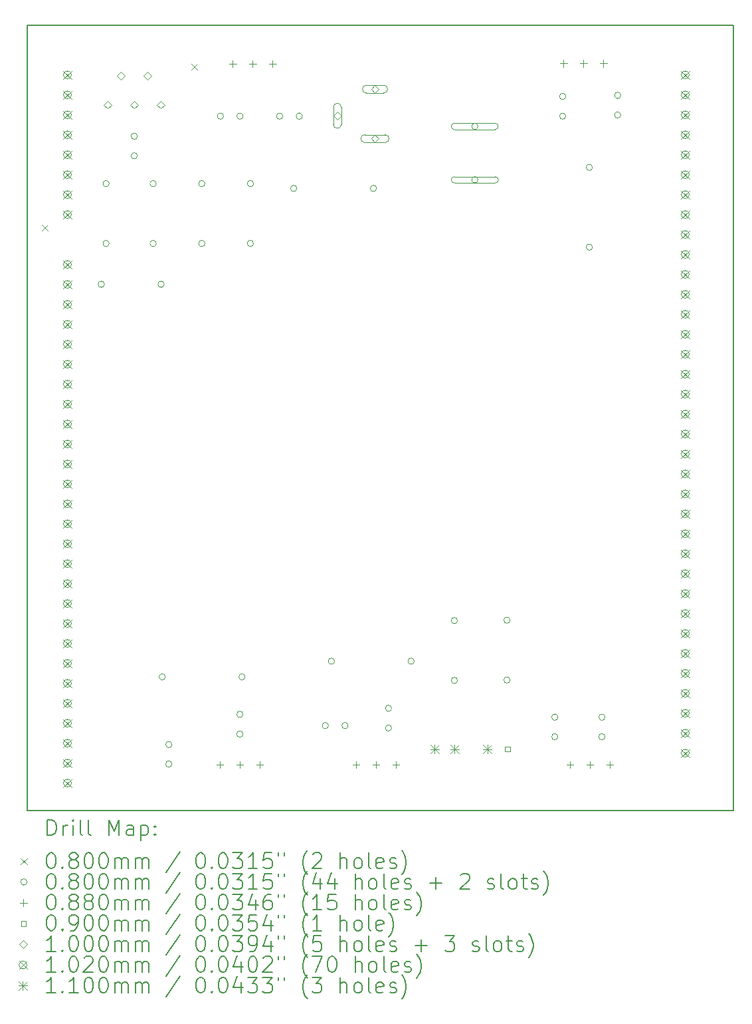
<source format=gbr>
%TF.GenerationSoftware,KiCad,Pcbnew,7.0.11-7.0.11~ubuntu22.04.1*%
%TF.CreationDate,2024-05-31T21:09:57-03:00*%
%TF.ProjectId,Fonte_tensao_LM675_v05,466f6e74-655f-4746-956e-73616f5f4c4d,v02*%
%TF.SameCoordinates,Original*%
%TF.FileFunction,Drillmap*%
%TF.FilePolarity,Positive*%
%FSLAX45Y45*%
G04 Gerber Fmt 4.5, Leading zero omitted, Abs format (unit mm)*
G04 Created by KiCad (PCBNEW 7.0.11-7.0.11~ubuntu22.04.1) date 2024-05-31 21:09:57*
%MOMM*%
%LPD*%
G01*
G04 APERTURE LIST*
%ADD10C,0.150000*%
%ADD11C,0.200000*%
%ADD12C,0.100000*%
%ADD13C,0.102000*%
%ADD14C,0.110000*%
G04 APERTURE END LIST*
D10*
X19160000Y-5080000D02*
X10160000Y-5080000D01*
X19160000Y-15080000D02*
X19160000Y-5080000D01*
X19159982Y-15079980D02*
X10160000Y-15079980D01*
X10160000Y-5080000D02*
X10160000Y-15079980D01*
D11*
D12*
X10339710Y-7621910D02*
X10419710Y-7701910D01*
X10419710Y-7621910D02*
X10339710Y-7701910D01*
X12244380Y-5570250D02*
X12324380Y-5650250D01*
X12324380Y-5570250D02*
X12244380Y-5650250D01*
X11139000Y-8380000D02*
G75*
G03*
X11059000Y-8380000I-40000J0D01*
G01*
X11059000Y-8380000D02*
G75*
G03*
X11139000Y-8380000I40000J0D01*
G01*
X11200000Y-7099000D02*
G75*
G03*
X11120000Y-7099000I-40000J0D01*
G01*
X11120000Y-7099000D02*
G75*
G03*
X11200000Y-7099000I40000J0D01*
G01*
X11200000Y-7861000D02*
G75*
G03*
X11120000Y-7861000I-40000J0D01*
G01*
X11120000Y-7861000D02*
G75*
G03*
X11200000Y-7861000I40000J0D01*
G01*
X11560000Y-6495000D02*
G75*
G03*
X11480000Y-6495000I-40000J0D01*
G01*
X11480000Y-6495000D02*
G75*
G03*
X11560000Y-6495000I40000J0D01*
G01*
X11560000Y-6745000D02*
G75*
G03*
X11480000Y-6745000I-40000J0D01*
G01*
X11480000Y-6745000D02*
G75*
G03*
X11560000Y-6745000I40000J0D01*
G01*
X11800000Y-7099000D02*
G75*
G03*
X11720000Y-7099000I-40000J0D01*
G01*
X11720000Y-7099000D02*
G75*
G03*
X11800000Y-7099000I40000J0D01*
G01*
X11800000Y-7861000D02*
G75*
G03*
X11720000Y-7861000I-40000J0D01*
G01*
X11720000Y-7861000D02*
G75*
G03*
X11800000Y-7861000I40000J0D01*
G01*
X11901000Y-8380000D02*
G75*
G03*
X11821000Y-8380000I-40000J0D01*
G01*
X11821000Y-8380000D02*
G75*
G03*
X11901000Y-8380000I40000J0D01*
G01*
X11917000Y-13380000D02*
G75*
G03*
X11837000Y-13380000I-40000J0D01*
G01*
X11837000Y-13380000D02*
G75*
G03*
X11917000Y-13380000I40000J0D01*
G01*
X12000000Y-14240000D02*
G75*
G03*
X11920000Y-14240000I-40000J0D01*
G01*
X11920000Y-14240000D02*
G75*
G03*
X12000000Y-14240000I40000J0D01*
G01*
X12000000Y-14490000D02*
G75*
G03*
X11920000Y-14490000I-40000J0D01*
G01*
X11920000Y-14490000D02*
G75*
G03*
X12000000Y-14490000I40000J0D01*
G01*
X12420000Y-7099000D02*
G75*
G03*
X12340000Y-7099000I-40000J0D01*
G01*
X12340000Y-7099000D02*
G75*
G03*
X12420000Y-7099000I40000J0D01*
G01*
X12420000Y-7861000D02*
G75*
G03*
X12340000Y-7861000I-40000J0D01*
G01*
X12340000Y-7861000D02*
G75*
G03*
X12420000Y-7861000I40000J0D01*
G01*
X12657110Y-6240000D02*
G75*
G03*
X12577110Y-6240000I-40000J0D01*
G01*
X12577110Y-6240000D02*
G75*
G03*
X12657110Y-6240000I40000J0D01*
G01*
X12905000Y-13857110D02*
G75*
G03*
X12825000Y-13857110I-40000J0D01*
G01*
X12825000Y-13857110D02*
G75*
G03*
X12905000Y-13857110I40000J0D01*
G01*
X12905000Y-14107110D02*
G75*
G03*
X12825000Y-14107110I-40000J0D01*
G01*
X12825000Y-14107110D02*
G75*
G03*
X12905000Y-14107110I40000J0D01*
G01*
X12907110Y-6240000D02*
G75*
G03*
X12827110Y-6240000I-40000J0D01*
G01*
X12827110Y-6240000D02*
G75*
G03*
X12907110Y-6240000I40000J0D01*
G01*
X12933000Y-13380000D02*
G75*
G03*
X12853000Y-13380000I-40000J0D01*
G01*
X12853000Y-13380000D02*
G75*
G03*
X12933000Y-13380000I40000J0D01*
G01*
X13040000Y-7099000D02*
G75*
G03*
X12960000Y-7099000I-40000J0D01*
G01*
X12960000Y-7099000D02*
G75*
G03*
X13040000Y-7099000I40000J0D01*
G01*
X13040000Y-7861000D02*
G75*
G03*
X12960000Y-7861000I-40000J0D01*
G01*
X12960000Y-7861000D02*
G75*
G03*
X13040000Y-7861000I40000J0D01*
G01*
X13412890Y-6240000D02*
G75*
G03*
X13332890Y-6240000I-40000J0D01*
G01*
X13332890Y-6240000D02*
G75*
G03*
X13412890Y-6240000I40000J0D01*
G01*
X13592000Y-7160000D02*
G75*
G03*
X13512000Y-7160000I-40000J0D01*
G01*
X13512000Y-7160000D02*
G75*
G03*
X13592000Y-7160000I40000J0D01*
G01*
X13662890Y-6240000D02*
G75*
G03*
X13582890Y-6240000I-40000J0D01*
G01*
X13582890Y-6240000D02*
G75*
G03*
X13662890Y-6240000I40000J0D01*
G01*
X13995000Y-14000000D02*
G75*
G03*
X13915000Y-14000000I-40000J0D01*
G01*
X13915000Y-14000000D02*
G75*
G03*
X13995000Y-14000000I40000J0D01*
G01*
X14072000Y-13180000D02*
G75*
G03*
X13992000Y-13180000I-40000J0D01*
G01*
X13992000Y-13180000D02*
G75*
G03*
X14072000Y-13180000I40000J0D01*
G01*
X14245000Y-14000000D02*
G75*
G03*
X14165000Y-14000000I-40000J0D01*
G01*
X14165000Y-14000000D02*
G75*
G03*
X14245000Y-14000000I40000J0D01*
G01*
X14608000Y-7160000D02*
G75*
G03*
X14528000Y-7160000I-40000J0D01*
G01*
X14528000Y-7160000D02*
G75*
G03*
X14608000Y-7160000I40000J0D01*
G01*
X14800000Y-13780000D02*
G75*
G03*
X14720000Y-13780000I-40000J0D01*
G01*
X14720000Y-13780000D02*
G75*
G03*
X14800000Y-13780000I40000J0D01*
G01*
X14800000Y-14030000D02*
G75*
G03*
X14720000Y-14030000I-40000J0D01*
G01*
X14720000Y-14030000D02*
G75*
G03*
X14800000Y-14030000I40000J0D01*
G01*
X15088000Y-13180000D02*
G75*
G03*
X15008000Y-13180000I-40000J0D01*
G01*
X15008000Y-13180000D02*
G75*
G03*
X15088000Y-13180000I40000J0D01*
G01*
X15640000Y-12663000D02*
G75*
G03*
X15560000Y-12663000I-40000J0D01*
G01*
X15560000Y-12663000D02*
G75*
G03*
X15640000Y-12663000I40000J0D01*
G01*
X15640000Y-13425000D02*
G75*
G03*
X15560000Y-13425000I-40000J0D01*
G01*
X15560000Y-13425000D02*
G75*
G03*
X15640000Y-13425000I40000J0D01*
G01*
X15900000Y-6370000D02*
G75*
G03*
X15820000Y-6370000I-40000J0D01*
G01*
X15820000Y-6370000D02*
G75*
G03*
X15900000Y-6370000I40000J0D01*
G01*
X15600000Y-6410000D02*
X16120000Y-6410000D01*
X16120000Y-6410000D02*
G75*
G03*
X16120000Y-6330000I0J40000D01*
G01*
X16120000Y-6330000D02*
X15600000Y-6330000D01*
X15600000Y-6330000D02*
G75*
G03*
X15600000Y-6410000I0J-40000D01*
G01*
X15900000Y-7050000D02*
G75*
G03*
X15820000Y-7050000I-40000J0D01*
G01*
X15820000Y-7050000D02*
G75*
G03*
X15900000Y-7050000I40000J0D01*
G01*
X15600000Y-7090000D02*
X16120000Y-7090000D01*
X16120000Y-7090000D02*
G75*
G03*
X16120000Y-7010000I0J40000D01*
G01*
X16120000Y-7010000D02*
X15600000Y-7010000D01*
X15600000Y-7010000D02*
G75*
G03*
X15600000Y-7090000I0J-40000D01*
G01*
X16309470Y-12658120D02*
G75*
G03*
X16229470Y-12658120I-40000J0D01*
G01*
X16229470Y-12658120D02*
G75*
G03*
X16309470Y-12658120I40000J0D01*
G01*
X16309470Y-13420120D02*
G75*
G03*
X16229470Y-13420120I-40000J0D01*
G01*
X16229470Y-13420120D02*
G75*
G03*
X16309470Y-13420120I40000J0D01*
G01*
X16920000Y-13892890D02*
G75*
G03*
X16840000Y-13892890I-40000J0D01*
G01*
X16840000Y-13892890D02*
G75*
G03*
X16920000Y-13892890I40000J0D01*
G01*
X16920000Y-14142890D02*
G75*
G03*
X16840000Y-14142890I-40000J0D01*
G01*
X16840000Y-14142890D02*
G75*
G03*
X16920000Y-14142890I40000J0D01*
G01*
X17020000Y-5990000D02*
G75*
G03*
X16940000Y-5990000I-40000J0D01*
G01*
X16940000Y-5990000D02*
G75*
G03*
X17020000Y-5990000I40000J0D01*
G01*
X17020000Y-6240000D02*
G75*
G03*
X16940000Y-6240000I-40000J0D01*
G01*
X16940000Y-6240000D02*
G75*
G03*
X17020000Y-6240000I40000J0D01*
G01*
X17360000Y-6892000D02*
G75*
G03*
X17280000Y-6892000I-40000J0D01*
G01*
X17280000Y-6892000D02*
G75*
G03*
X17360000Y-6892000I40000J0D01*
G01*
X17360000Y-7908000D02*
G75*
G03*
X17280000Y-7908000I-40000J0D01*
G01*
X17280000Y-7908000D02*
G75*
G03*
X17360000Y-7908000I40000J0D01*
G01*
X17520000Y-13892890D02*
G75*
G03*
X17440000Y-13892890I-40000J0D01*
G01*
X17440000Y-13892890D02*
G75*
G03*
X17520000Y-13892890I40000J0D01*
G01*
X17520000Y-14142890D02*
G75*
G03*
X17440000Y-14142890I-40000J0D01*
G01*
X17440000Y-14142890D02*
G75*
G03*
X17520000Y-14142890I40000J0D01*
G01*
X17720000Y-5975000D02*
G75*
G03*
X17640000Y-5975000I-40000J0D01*
G01*
X17640000Y-5975000D02*
G75*
G03*
X17720000Y-5975000I40000J0D01*
G01*
X17720000Y-6225000D02*
G75*
G03*
X17640000Y-6225000I-40000J0D01*
G01*
X17640000Y-6225000D02*
G75*
G03*
X17720000Y-6225000I40000J0D01*
G01*
X12612000Y-14456000D02*
X12612000Y-14544000D01*
X12568000Y-14500000D02*
X12656000Y-14500000D01*
X12775000Y-5531000D02*
X12775000Y-5619000D01*
X12731000Y-5575000D02*
X12819000Y-5575000D01*
X12866000Y-14456000D02*
X12866000Y-14544000D01*
X12822000Y-14500000D02*
X12910000Y-14500000D01*
X13029000Y-5531000D02*
X13029000Y-5619000D01*
X12985000Y-5575000D02*
X13073000Y-5575000D01*
X13120000Y-14456000D02*
X13120000Y-14544000D01*
X13076000Y-14500000D02*
X13164000Y-14500000D01*
X13283000Y-5531000D02*
X13283000Y-5619000D01*
X13239000Y-5575000D02*
X13327000Y-5575000D01*
X14348510Y-14456000D02*
X14348510Y-14544000D01*
X14304510Y-14500000D02*
X14392510Y-14500000D01*
X14602510Y-14456000D02*
X14602510Y-14544000D01*
X14558510Y-14500000D02*
X14646510Y-14500000D01*
X14856510Y-14456000D02*
X14856510Y-14544000D01*
X14812510Y-14500000D02*
X14900510Y-14500000D01*
X16991000Y-5525500D02*
X16991000Y-5613500D01*
X16947000Y-5569500D02*
X17035000Y-5569500D01*
X17071000Y-14456000D02*
X17071000Y-14544000D01*
X17027000Y-14500000D02*
X17115000Y-14500000D01*
X17245000Y-5525500D02*
X17245000Y-5613500D01*
X17201000Y-5569500D02*
X17289000Y-5569500D01*
X17325000Y-14456000D02*
X17325000Y-14544000D01*
X17281000Y-14500000D02*
X17369000Y-14500000D01*
X17499000Y-5525500D02*
X17499000Y-5613500D01*
X17455000Y-5569500D02*
X17543000Y-5569500D01*
X17579000Y-14456000D02*
X17579000Y-14544000D01*
X17535000Y-14500000D02*
X17623000Y-14500000D01*
X16308320Y-14331820D02*
X16308320Y-14268180D01*
X16244680Y-14268180D01*
X16244680Y-14331820D01*
X16308320Y-14331820D01*
X11180000Y-6145000D02*
X11230000Y-6095000D01*
X11180000Y-6045000D01*
X11130000Y-6095000D01*
X11180000Y-6145000D01*
X11350000Y-5775000D02*
X11400000Y-5725000D01*
X11350000Y-5675000D01*
X11300000Y-5725000D01*
X11350000Y-5775000D01*
X11520000Y-6145000D02*
X11570000Y-6095000D01*
X11520000Y-6045000D01*
X11470000Y-6095000D01*
X11520000Y-6145000D01*
X11690000Y-5775000D02*
X11740000Y-5725000D01*
X11690000Y-5675000D01*
X11640000Y-5725000D01*
X11690000Y-5775000D01*
X11860000Y-6145000D02*
X11910000Y-6095000D01*
X11860000Y-6045000D01*
X11810000Y-6095000D01*
X11860000Y-6145000D01*
X14107340Y-6285540D02*
X14157340Y-6235540D01*
X14107340Y-6185540D01*
X14057340Y-6235540D01*
X14107340Y-6285540D01*
X14157340Y-6345540D02*
X14157340Y-6125540D01*
X14157340Y-6125540D02*
G75*
G03*
X14057340Y-6125540I-50000J0D01*
G01*
X14057340Y-6125540D02*
X14057340Y-6345540D01*
X14057340Y-6345540D02*
G75*
G03*
X14157340Y-6345540I50000J0D01*
G01*
X14587340Y-5945540D02*
X14637340Y-5895540D01*
X14587340Y-5845540D01*
X14537340Y-5895540D01*
X14587340Y-5945540D01*
X14697340Y-5845540D02*
X14477340Y-5845540D01*
X14477340Y-5845540D02*
G75*
G03*
X14477340Y-5945540I0J-50000D01*
G01*
X14477340Y-5945540D02*
X14697340Y-5945540D01*
X14697340Y-5945540D02*
G75*
G03*
X14697340Y-5845540I0J50000D01*
G01*
X14587340Y-6575540D02*
X14637340Y-6525540D01*
X14587340Y-6475540D01*
X14537340Y-6525540D01*
X14587340Y-6575540D01*
X14717340Y-6475540D02*
X14457340Y-6475540D01*
X14457340Y-6475540D02*
G75*
G03*
X14457340Y-6575540I0J-50000D01*
G01*
X14457340Y-6575540D02*
X14717340Y-6575540D01*
X14717340Y-6575540D02*
G75*
G03*
X14717340Y-6475540I0J50000D01*
G01*
D13*
X10617000Y-5664000D02*
X10719000Y-5766000D01*
X10719000Y-5664000D02*
X10617000Y-5766000D01*
X10719000Y-5715000D02*
G75*
G03*
X10617000Y-5715000I-51000J0D01*
G01*
X10617000Y-5715000D02*
G75*
G03*
X10719000Y-5715000I51000J0D01*
G01*
X10617000Y-5918000D02*
X10719000Y-6020000D01*
X10719000Y-5918000D02*
X10617000Y-6020000D01*
X10719000Y-5969000D02*
G75*
G03*
X10617000Y-5969000I-51000J0D01*
G01*
X10617000Y-5969000D02*
G75*
G03*
X10719000Y-5969000I51000J0D01*
G01*
X10617000Y-6172000D02*
X10719000Y-6274000D01*
X10719000Y-6172000D02*
X10617000Y-6274000D01*
X10719000Y-6223000D02*
G75*
G03*
X10617000Y-6223000I-51000J0D01*
G01*
X10617000Y-6223000D02*
G75*
G03*
X10719000Y-6223000I51000J0D01*
G01*
X10617000Y-6426000D02*
X10719000Y-6528000D01*
X10719000Y-6426000D02*
X10617000Y-6528000D01*
X10719000Y-6477000D02*
G75*
G03*
X10617000Y-6477000I-51000J0D01*
G01*
X10617000Y-6477000D02*
G75*
G03*
X10719000Y-6477000I51000J0D01*
G01*
X10617000Y-6680000D02*
X10719000Y-6782000D01*
X10719000Y-6680000D02*
X10617000Y-6782000D01*
X10719000Y-6731000D02*
G75*
G03*
X10617000Y-6731000I-51000J0D01*
G01*
X10617000Y-6731000D02*
G75*
G03*
X10719000Y-6731000I51000J0D01*
G01*
X10617000Y-6934000D02*
X10719000Y-7036000D01*
X10719000Y-6934000D02*
X10617000Y-7036000D01*
X10719000Y-6985000D02*
G75*
G03*
X10617000Y-6985000I-51000J0D01*
G01*
X10617000Y-6985000D02*
G75*
G03*
X10719000Y-6985000I51000J0D01*
G01*
X10617000Y-7188000D02*
X10719000Y-7290000D01*
X10719000Y-7188000D02*
X10617000Y-7290000D01*
X10719000Y-7239000D02*
G75*
G03*
X10617000Y-7239000I-51000J0D01*
G01*
X10617000Y-7239000D02*
G75*
G03*
X10719000Y-7239000I51000J0D01*
G01*
X10617000Y-7442000D02*
X10719000Y-7544000D01*
X10719000Y-7442000D02*
X10617000Y-7544000D01*
X10719000Y-7493000D02*
G75*
G03*
X10617000Y-7493000I-51000J0D01*
G01*
X10617000Y-7493000D02*
G75*
G03*
X10719000Y-7493000I51000J0D01*
G01*
X10617000Y-8077000D02*
X10719000Y-8179000D01*
X10719000Y-8077000D02*
X10617000Y-8179000D01*
X10719000Y-8128000D02*
G75*
G03*
X10617000Y-8128000I-51000J0D01*
G01*
X10617000Y-8128000D02*
G75*
G03*
X10719000Y-8128000I51000J0D01*
G01*
X10617000Y-8331000D02*
X10719000Y-8433000D01*
X10719000Y-8331000D02*
X10617000Y-8433000D01*
X10719000Y-8382000D02*
G75*
G03*
X10617000Y-8382000I-51000J0D01*
G01*
X10617000Y-8382000D02*
G75*
G03*
X10719000Y-8382000I51000J0D01*
G01*
X10617000Y-8585000D02*
X10719000Y-8687000D01*
X10719000Y-8585000D02*
X10617000Y-8687000D01*
X10719000Y-8636000D02*
G75*
G03*
X10617000Y-8636000I-51000J0D01*
G01*
X10617000Y-8636000D02*
G75*
G03*
X10719000Y-8636000I51000J0D01*
G01*
X10617000Y-8839000D02*
X10719000Y-8941000D01*
X10719000Y-8839000D02*
X10617000Y-8941000D01*
X10719000Y-8890000D02*
G75*
G03*
X10617000Y-8890000I-51000J0D01*
G01*
X10617000Y-8890000D02*
G75*
G03*
X10719000Y-8890000I51000J0D01*
G01*
X10617000Y-9093000D02*
X10719000Y-9195000D01*
X10719000Y-9093000D02*
X10617000Y-9195000D01*
X10719000Y-9144000D02*
G75*
G03*
X10617000Y-9144000I-51000J0D01*
G01*
X10617000Y-9144000D02*
G75*
G03*
X10719000Y-9144000I51000J0D01*
G01*
X10617000Y-9347000D02*
X10719000Y-9449000D01*
X10719000Y-9347000D02*
X10617000Y-9449000D01*
X10719000Y-9398000D02*
G75*
G03*
X10617000Y-9398000I-51000J0D01*
G01*
X10617000Y-9398000D02*
G75*
G03*
X10719000Y-9398000I51000J0D01*
G01*
X10617000Y-9601000D02*
X10719000Y-9703000D01*
X10719000Y-9601000D02*
X10617000Y-9703000D01*
X10719000Y-9652000D02*
G75*
G03*
X10617000Y-9652000I-51000J0D01*
G01*
X10617000Y-9652000D02*
G75*
G03*
X10719000Y-9652000I51000J0D01*
G01*
X10617000Y-9855000D02*
X10719000Y-9957000D01*
X10719000Y-9855000D02*
X10617000Y-9957000D01*
X10719000Y-9906000D02*
G75*
G03*
X10617000Y-9906000I-51000J0D01*
G01*
X10617000Y-9906000D02*
G75*
G03*
X10719000Y-9906000I51000J0D01*
G01*
X10617000Y-10109000D02*
X10719000Y-10211000D01*
X10719000Y-10109000D02*
X10617000Y-10211000D01*
X10719000Y-10160000D02*
G75*
G03*
X10617000Y-10160000I-51000J0D01*
G01*
X10617000Y-10160000D02*
G75*
G03*
X10719000Y-10160000I51000J0D01*
G01*
X10617000Y-10363000D02*
X10719000Y-10465000D01*
X10719000Y-10363000D02*
X10617000Y-10465000D01*
X10719000Y-10414000D02*
G75*
G03*
X10617000Y-10414000I-51000J0D01*
G01*
X10617000Y-10414000D02*
G75*
G03*
X10719000Y-10414000I51000J0D01*
G01*
X10617000Y-10617000D02*
X10719000Y-10719000D01*
X10719000Y-10617000D02*
X10617000Y-10719000D01*
X10719000Y-10668000D02*
G75*
G03*
X10617000Y-10668000I-51000J0D01*
G01*
X10617000Y-10668000D02*
G75*
G03*
X10719000Y-10668000I51000J0D01*
G01*
X10617000Y-10871000D02*
X10719000Y-10973000D01*
X10719000Y-10871000D02*
X10617000Y-10973000D01*
X10719000Y-10922000D02*
G75*
G03*
X10617000Y-10922000I-51000J0D01*
G01*
X10617000Y-10922000D02*
G75*
G03*
X10719000Y-10922000I51000J0D01*
G01*
X10617000Y-11125000D02*
X10719000Y-11227000D01*
X10719000Y-11125000D02*
X10617000Y-11227000D01*
X10719000Y-11176000D02*
G75*
G03*
X10617000Y-11176000I-51000J0D01*
G01*
X10617000Y-11176000D02*
G75*
G03*
X10719000Y-11176000I51000J0D01*
G01*
X10617000Y-11379000D02*
X10719000Y-11481000D01*
X10719000Y-11379000D02*
X10617000Y-11481000D01*
X10719000Y-11430000D02*
G75*
G03*
X10617000Y-11430000I-51000J0D01*
G01*
X10617000Y-11430000D02*
G75*
G03*
X10719000Y-11430000I51000J0D01*
G01*
X10617000Y-11633000D02*
X10719000Y-11735000D01*
X10719000Y-11633000D02*
X10617000Y-11735000D01*
X10719000Y-11684000D02*
G75*
G03*
X10617000Y-11684000I-51000J0D01*
G01*
X10617000Y-11684000D02*
G75*
G03*
X10719000Y-11684000I51000J0D01*
G01*
X10617000Y-11887000D02*
X10719000Y-11989000D01*
X10719000Y-11887000D02*
X10617000Y-11989000D01*
X10719000Y-11938000D02*
G75*
G03*
X10617000Y-11938000I-51000J0D01*
G01*
X10617000Y-11938000D02*
G75*
G03*
X10719000Y-11938000I51000J0D01*
G01*
X10617000Y-12141000D02*
X10719000Y-12243000D01*
X10719000Y-12141000D02*
X10617000Y-12243000D01*
X10719000Y-12192000D02*
G75*
G03*
X10617000Y-12192000I-51000J0D01*
G01*
X10617000Y-12192000D02*
G75*
G03*
X10719000Y-12192000I51000J0D01*
G01*
X10617000Y-12395000D02*
X10719000Y-12497000D01*
X10719000Y-12395000D02*
X10617000Y-12497000D01*
X10719000Y-12446000D02*
G75*
G03*
X10617000Y-12446000I-51000J0D01*
G01*
X10617000Y-12446000D02*
G75*
G03*
X10719000Y-12446000I51000J0D01*
G01*
X10617000Y-12649000D02*
X10719000Y-12751000D01*
X10719000Y-12649000D02*
X10617000Y-12751000D01*
X10719000Y-12700000D02*
G75*
G03*
X10617000Y-12700000I-51000J0D01*
G01*
X10617000Y-12700000D02*
G75*
G03*
X10719000Y-12700000I51000J0D01*
G01*
X10617000Y-12903000D02*
X10719000Y-13005000D01*
X10719000Y-12903000D02*
X10617000Y-13005000D01*
X10719000Y-12954000D02*
G75*
G03*
X10617000Y-12954000I-51000J0D01*
G01*
X10617000Y-12954000D02*
G75*
G03*
X10719000Y-12954000I51000J0D01*
G01*
X10617000Y-13157000D02*
X10719000Y-13259000D01*
X10719000Y-13157000D02*
X10617000Y-13259000D01*
X10719000Y-13208000D02*
G75*
G03*
X10617000Y-13208000I-51000J0D01*
G01*
X10617000Y-13208000D02*
G75*
G03*
X10719000Y-13208000I51000J0D01*
G01*
X10617000Y-13411000D02*
X10719000Y-13513000D01*
X10719000Y-13411000D02*
X10617000Y-13513000D01*
X10719000Y-13462000D02*
G75*
G03*
X10617000Y-13462000I-51000J0D01*
G01*
X10617000Y-13462000D02*
G75*
G03*
X10719000Y-13462000I51000J0D01*
G01*
X10617000Y-13665000D02*
X10719000Y-13767000D01*
X10719000Y-13665000D02*
X10617000Y-13767000D01*
X10719000Y-13716000D02*
G75*
G03*
X10617000Y-13716000I-51000J0D01*
G01*
X10617000Y-13716000D02*
G75*
G03*
X10719000Y-13716000I51000J0D01*
G01*
X10617000Y-13919000D02*
X10719000Y-14021000D01*
X10719000Y-13919000D02*
X10617000Y-14021000D01*
X10719000Y-13970000D02*
G75*
G03*
X10617000Y-13970000I-51000J0D01*
G01*
X10617000Y-13970000D02*
G75*
G03*
X10719000Y-13970000I51000J0D01*
G01*
X10617000Y-14173000D02*
X10719000Y-14275000D01*
X10719000Y-14173000D02*
X10617000Y-14275000D01*
X10719000Y-14224000D02*
G75*
G03*
X10617000Y-14224000I-51000J0D01*
G01*
X10617000Y-14224000D02*
G75*
G03*
X10719000Y-14224000I51000J0D01*
G01*
X10617000Y-14427000D02*
X10719000Y-14529000D01*
X10719000Y-14427000D02*
X10617000Y-14529000D01*
X10719000Y-14478000D02*
G75*
G03*
X10617000Y-14478000I-51000J0D01*
G01*
X10617000Y-14478000D02*
G75*
G03*
X10719000Y-14478000I51000J0D01*
G01*
X10617000Y-14681000D02*
X10719000Y-14783000D01*
X10719000Y-14681000D02*
X10617000Y-14783000D01*
X10719000Y-14732000D02*
G75*
G03*
X10617000Y-14732000I-51000J0D01*
G01*
X10617000Y-14732000D02*
G75*
G03*
X10719000Y-14732000I51000J0D01*
G01*
X18491000Y-5664000D02*
X18593000Y-5766000D01*
X18593000Y-5664000D02*
X18491000Y-5766000D01*
X18593000Y-5715000D02*
G75*
G03*
X18491000Y-5715000I-51000J0D01*
G01*
X18491000Y-5715000D02*
G75*
G03*
X18593000Y-5715000I51000J0D01*
G01*
X18491000Y-5918000D02*
X18593000Y-6020000D01*
X18593000Y-5918000D02*
X18491000Y-6020000D01*
X18593000Y-5969000D02*
G75*
G03*
X18491000Y-5969000I-51000J0D01*
G01*
X18491000Y-5969000D02*
G75*
G03*
X18593000Y-5969000I51000J0D01*
G01*
X18491000Y-6172000D02*
X18593000Y-6274000D01*
X18593000Y-6172000D02*
X18491000Y-6274000D01*
X18593000Y-6223000D02*
G75*
G03*
X18491000Y-6223000I-51000J0D01*
G01*
X18491000Y-6223000D02*
G75*
G03*
X18593000Y-6223000I51000J0D01*
G01*
X18491000Y-6426000D02*
X18593000Y-6528000D01*
X18593000Y-6426000D02*
X18491000Y-6528000D01*
X18593000Y-6477000D02*
G75*
G03*
X18491000Y-6477000I-51000J0D01*
G01*
X18491000Y-6477000D02*
G75*
G03*
X18593000Y-6477000I51000J0D01*
G01*
X18491000Y-6680000D02*
X18593000Y-6782000D01*
X18593000Y-6680000D02*
X18491000Y-6782000D01*
X18593000Y-6731000D02*
G75*
G03*
X18491000Y-6731000I-51000J0D01*
G01*
X18491000Y-6731000D02*
G75*
G03*
X18593000Y-6731000I51000J0D01*
G01*
X18491000Y-6934000D02*
X18593000Y-7036000D01*
X18593000Y-6934000D02*
X18491000Y-7036000D01*
X18593000Y-6985000D02*
G75*
G03*
X18491000Y-6985000I-51000J0D01*
G01*
X18491000Y-6985000D02*
G75*
G03*
X18593000Y-6985000I51000J0D01*
G01*
X18491000Y-7188000D02*
X18593000Y-7290000D01*
X18593000Y-7188000D02*
X18491000Y-7290000D01*
X18593000Y-7239000D02*
G75*
G03*
X18491000Y-7239000I-51000J0D01*
G01*
X18491000Y-7239000D02*
G75*
G03*
X18593000Y-7239000I51000J0D01*
G01*
X18491000Y-7442000D02*
X18593000Y-7544000D01*
X18593000Y-7442000D02*
X18491000Y-7544000D01*
X18593000Y-7493000D02*
G75*
G03*
X18491000Y-7493000I-51000J0D01*
G01*
X18491000Y-7493000D02*
G75*
G03*
X18593000Y-7493000I51000J0D01*
G01*
X18491000Y-7696000D02*
X18593000Y-7798000D01*
X18593000Y-7696000D02*
X18491000Y-7798000D01*
X18593000Y-7747000D02*
G75*
G03*
X18491000Y-7747000I-51000J0D01*
G01*
X18491000Y-7747000D02*
G75*
G03*
X18593000Y-7747000I51000J0D01*
G01*
X18491000Y-7950000D02*
X18593000Y-8052000D01*
X18593000Y-7950000D02*
X18491000Y-8052000D01*
X18593000Y-8001000D02*
G75*
G03*
X18491000Y-8001000I-51000J0D01*
G01*
X18491000Y-8001000D02*
G75*
G03*
X18593000Y-8001000I51000J0D01*
G01*
X18491000Y-8204000D02*
X18593000Y-8306000D01*
X18593000Y-8204000D02*
X18491000Y-8306000D01*
X18593000Y-8255000D02*
G75*
G03*
X18491000Y-8255000I-51000J0D01*
G01*
X18491000Y-8255000D02*
G75*
G03*
X18593000Y-8255000I51000J0D01*
G01*
X18491000Y-8458000D02*
X18593000Y-8560000D01*
X18593000Y-8458000D02*
X18491000Y-8560000D01*
X18593000Y-8509000D02*
G75*
G03*
X18491000Y-8509000I-51000J0D01*
G01*
X18491000Y-8509000D02*
G75*
G03*
X18593000Y-8509000I51000J0D01*
G01*
X18491000Y-8712000D02*
X18593000Y-8814000D01*
X18593000Y-8712000D02*
X18491000Y-8814000D01*
X18593000Y-8763000D02*
G75*
G03*
X18491000Y-8763000I-51000J0D01*
G01*
X18491000Y-8763000D02*
G75*
G03*
X18593000Y-8763000I51000J0D01*
G01*
X18491000Y-8966000D02*
X18593000Y-9068000D01*
X18593000Y-8966000D02*
X18491000Y-9068000D01*
X18593000Y-9017000D02*
G75*
G03*
X18491000Y-9017000I-51000J0D01*
G01*
X18491000Y-9017000D02*
G75*
G03*
X18593000Y-9017000I51000J0D01*
G01*
X18491000Y-9220000D02*
X18593000Y-9322000D01*
X18593000Y-9220000D02*
X18491000Y-9322000D01*
X18593000Y-9271000D02*
G75*
G03*
X18491000Y-9271000I-51000J0D01*
G01*
X18491000Y-9271000D02*
G75*
G03*
X18593000Y-9271000I51000J0D01*
G01*
X18491000Y-9474000D02*
X18593000Y-9576000D01*
X18593000Y-9474000D02*
X18491000Y-9576000D01*
X18593000Y-9525000D02*
G75*
G03*
X18491000Y-9525000I-51000J0D01*
G01*
X18491000Y-9525000D02*
G75*
G03*
X18593000Y-9525000I51000J0D01*
G01*
X18491000Y-9728000D02*
X18593000Y-9830000D01*
X18593000Y-9728000D02*
X18491000Y-9830000D01*
X18593000Y-9779000D02*
G75*
G03*
X18491000Y-9779000I-51000J0D01*
G01*
X18491000Y-9779000D02*
G75*
G03*
X18593000Y-9779000I51000J0D01*
G01*
X18491000Y-9982000D02*
X18593000Y-10084000D01*
X18593000Y-9982000D02*
X18491000Y-10084000D01*
X18593000Y-10033000D02*
G75*
G03*
X18491000Y-10033000I-51000J0D01*
G01*
X18491000Y-10033000D02*
G75*
G03*
X18593000Y-10033000I51000J0D01*
G01*
X18491000Y-10236000D02*
X18593000Y-10338000D01*
X18593000Y-10236000D02*
X18491000Y-10338000D01*
X18593000Y-10287000D02*
G75*
G03*
X18491000Y-10287000I-51000J0D01*
G01*
X18491000Y-10287000D02*
G75*
G03*
X18593000Y-10287000I51000J0D01*
G01*
X18491000Y-10490000D02*
X18593000Y-10592000D01*
X18593000Y-10490000D02*
X18491000Y-10592000D01*
X18593000Y-10541000D02*
G75*
G03*
X18491000Y-10541000I-51000J0D01*
G01*
X18491000Y-10541000D02*
G75*
G03*
X18593000Y-10541000I51000J0D01*
G01*
X18491000Y-10744000D02*
X18593000Y-10846000D01*
X18593000Y-10744000D02*
X18491000Y-10846000D01*
X18593000Y-10795000D02*
G75*
G03*
X18491000Y-10795000I-51000J0D01*
G01*
X18491000Y-10795000D02*
G75*
G03*
X18593000Y-10795000I51000J0D01*
G01*
X18491000Y-10998000D02*
X18593000Y-11100000D01*
X18593000Y-10998000D02*
X18491000Y-11100000D01*
X18593000Y-11049000D02*
G75*
G03*
X18491000Y-11049000I-51000J0D01*
G01*
X18491000Y-11049000D02*
G75*
G03*
X18593000Y-11049000I51000J0D01*
G01*
X18491000Y-11252000D02*
X18593000Y-11354000D01*
X18593000Y-11252000D02*
X18491000Y-11354000D01*
X18593000Y-11303000D02*
G75*
G03*
X18491000Y-11303000I-51000J0D01*
G01*
X18491000Y-11303000D02*
G75*
G03*
X18593000Y-11303000I51000J0D01*
G01*
X18491000Y-11506000D02*
X18593000Y-11608000D01*
X18593000Y-11506000D02*
X18491000Y-11608000D01*
X18593000Y-11557000D02*
G75*
G03*
X18491000Y-11557000I-51000J0D01*
G01*
X18491000Y-11557000D02*
G75*
G03*
X18593000Y-11557000I51000J0D01*
G01*
X18491000Y-11760000D02*
X18593000Y-11862000D01*
X18593000Y-11760000D02*
X18491000Y-11862000D01*
X18593000Y-11811000D02*
G75*
G03*
X18491000Y-11811000I-51000J0D01*
G01*
X18491000Y-11811000D02*
G75*
G03*
X18593000Y-11811000I51000J0D01*
G01*
X18491000Y-12014000D02*
X18593000Y-12116000D01*
X18593000Y-12014000D02*
X18491000Y-12116000D01*
X18593000Y-12065000D02*
G75*
G03*
X18491000Y-12065000I-51000J0D01*
G01*
X18491000Y-12065000D02*
G75*
G03*
X18593000Y-12065000I51000J0D01*
G01*
X18491000Y-12268000D02*
X18593000Y-12370000D01*
X18593000Y-12268000D02*
X18491000Y-12370000D01*
X18593000Y-12319000D02*
G75*
G03*
X18491000Y-12319000I-51000J0D01*
G01*
X18491000Y-12319000D02*
G75*
G03*
X18593000Y-12319000I51000J0D01*
G01*
X18491000Y-12522000D02*
X18593000Y-12624000D01*
X18593000Y-12522000D02*
X18491000Y-12624000D01*
X18593000Y-12573000D02*
G75*
G03*
X18491000Y-12573000I-51000J0D01*
G01*
X18491000Y-12573000D02*
G75*
G03*
X18593000Y-12573000I51000J0D01*
G01*
X18491000Y-12776000D02*
X18593000Y-12878000D01*
X18593000Y-12776000D02*
X18491000Y-12878000D01*
X18593000Y-12827000D02*
G75*
G03*
X18491000Y-12827000I-51000J0D01*
G01*
X18491000Y-12827000D02*
G75*
G03*
X18593000Y-12827000I51000J0D01*
G01*
X18491000Y-13030000D02*
X18593000Y-13132000D01*
X18593000Y-13030000D02*
X18491000Y-13132000D01*
X18593000Y-13081000D02*
G75*
G03*
X18491000Y-13081000I-51000J0D01*
G01*
X18491000Y-13081000D02*
G75*
G03*
X18593000Y-13081000I51000J0D01*
G01*
X18491000Y-13284000D02*
X18593000Y-13386000D01*
X18593000Y-13284000D02*
X18491000Y-13386000D01*
X18593000Y-13335000D02*
G75*
G03*
X18491000Y-13335000I-51000J0D01*
G01*
X18491000Y-13335000D02*
G75*
G03*
X18593000Y-13335000I51000J0D01*
G01*
X18491000Y-13538000D02*
X18593000Y-13640000D01*
X18593000Y-13538000D02*
X18491000Y-13640000D01*
X18593000Y-13589000D02*
G75*
G03*
X18491000Y-13589000I-51000J0D01*
G01*
X18491000Y-13589000D02*
G75*
G03*
X18593000Y-13589000I51000J0D01*
G01*
X18491000Y-13792000D02*
X18593000Y-13894000D01*
X18593000Y-13792000D02*
X18491000Y-13894000D01*
X18593000Y-13843000D02*
G75*
G03*
X18491000Y-13843000I-51000J0D01*
G01*
X18491000Y-13843000D02*
G75*
G03*
X18593000Y-13843000I51000J0D01*
G01*
X18491000Y-14046000D02*
X18593000Y-14148000D01*
X18593000Y-14046000D02*
X18491000Y-14148000D01*
X18593000Y-14097000D02*
G75*
G03*
X18491000Y-14097000I-51000J0D01*
G01*
X18491000Y-14097000D02*
G75*
G03*
X18593000Y-14097000I51000J0D01*
G01*
X18491000Y-14300000D02*
X18593000Y-14402000D01*
X18593000Y-14300000D02*
X18491000Y-14402000D01*
X18593000Y-14351000D02*
G75*
G03*
X18491000Y-14351000I-51000J0D01*
G01*
X18491000Y-14351000D02*
G75*
G03*
X18593000Y-14351000I51000J0D01*
G01*
D14*
X15295000Y-14245000D02*
X15405000Y-14355000D01*
X15405000Y-14245000D02*
X15295000Y-14355000D01*
X15350000Y-14245000D02*
X15350000Y-14355000D01*
X15295000Y-14300000D02*
X15405000Y-14300000D01*
X15549000Y-14245000D02*
X15659000Y-14355000D01*
X15659000Y-14245000D02*
X15549000Y-14355000D01*
X15604000Y-14245000D02*
X15604000Y-14355000D01*
X15549000Y-14300000D02*
X15659000Y-14300000D01*
X15967500Y-14245000D02*
X16077500Y-14355000D01*
X16077500Y-14245000D02*
X15967500Y-14355000D01*
X16022500Y-14245000D02*
X16022500Y-14355000D01*
X15967500Y-14300000D02*
X16077500Y-14300000D01*
D11*
X10413277Y-15398984D02*
X10413277Y-15198984D01*
X10413277Y-15198984D02*
X10460896Y-15198984D01*
X10460896Y-15198984D02*
X10489467Y-15208508D01*
X10489467Y-15208508D02*
X10508515Y-15227555D01*
X10508515Y-15227555D02*
X10518039Y-15246603D01*
X10518039Y-15246603D02*
X10527563Y-15284698D01*
X10527563Y-15284698D02*
X10527563Y-15313269D01*
X10527563Y-15313269D02*
X10518039Y-15351365D01*
X10518039Y-15351365D02*
X10508515Y-15370412D01*
X10508515Y-15370412D02*
X10489467Y-15389460D01*
X10489467Y-15389460D02*
X10460896Y-15398984D01*
X10460896Y-15398984D02*
X10413277Y-15398984D01*
X10613277Y-15398984D02*
X10613277Y-15265650D01*
X10613277Y-15303746D02*
X10622801Y-15284698D01*
X10622801Y-15284698D02*
X10632324Y-15275174D01*
X10632324Y-15275174D02*
X10651372Y-15265650D01*
X10651372Y-15265650D02*
X10670420Y-15265650D01*
X10737086Y-15398984D02*
X10737086Y-15265650D01*
X10737086Y-15198984D02*
X10727563Y-15208508D01*
X10727563Y-15208508D02*
X10737086Y-15218031D01*
X10737086Y-15218031D02*
X10746610Y-15208508D01*
X10746610Y-15208508D02*
X10737086Y-15198984D01*
X10737086Y-15198984D02*
X10737086Y-15218031D01*
X10860896Y-15398984D02*
X10841848Y-15389460D01*
X10841848Y-15389460D02*
X10832324Y-15370412D01*
X10832324Y-15370412D02*
X10832324Y-15198984D01*
X10965658Y-15398984D02*
X10946610Y-15389460D01*
X10946610Y-15389460D02*
X10937086Y-15370412D01*
X10937086Y-15370412D02*
X10937086Y-15198984D01*
X11194229Y-15398984D02*
X11194229Y-15198984D01*
X11194229Y-15198984D02*
X11260896Y-15341841D01*
X11260896Y-15341841D02*
X11327562Y-15198984D01*
X11327562Y-15198984D02*
X11327562Y-15398984D01*
X11508515Y-15398984D02*
X11508515Y-15294222D01*
X11508515Y-15294222D02*
X11498991Y-15275174D01*
X11498991Y-15275174D02*
X11479943Y-15265650D01*
X11479943Y-15265650D02*
X11441848Y-15265650D01*
X11441848Y-15265650D02*
X11422801Y-15275174D01*
X11508515Y-15389460D02*
X11489467Y-15398984D01*
X11489467Y-15398984D02*
X11441848Y-15398984D01*
X11441848Y-15398984D02*
X11422801Y-15389460D01*
X11422801Y-15389460D02*
X11413277Y-15370412D01*
X11413277Y-15370412D02*
X11413277Y-15351365D01*
X11413277Y-15351365D02*
X11422801Y-15332317D01*
X11422801Y-15332317D02*
X11441848Y-15322793D01*
X11441848Y-15322793D02*
X11489467Y-15322793D01*
X11489467Y-15322793D02*
X11508515Y-15313269D01*
X11603753Y-15265650D02*
X11603753Y-15465650D01*
X11603753Y-15275174D02*
X11622801Y-15265650D01*
X11622801Y-15265650D02*
X11660896Y-15265650D01*
X11660896Y-15265650D02*
X11679943Y-15275174D01*
X11679943Y-15275174D02*
X11689467Y-15284698D01*
X11689467Y-15284698D02*
X11698991Y-15303746D01*
X11698991Y-15303746D02*
X11698991Y-15360888D01*
X11698991Y-15360888D02*
X11689467Y-15379936D01*
X11689467Y-15379936D02*
X11679943Y-15389460D01*
X11679943Y-15389460D02*
X11660896Y-15398984D01*
X11660896Y-15398984D02*
X11622801Y-15398984D01*
X11622801Y-15398984D02*
X11603753Y-15389460D01*
X11784705Y-15379936D02*
X11794229Y-15389460D01*
X11794229Y-15389460D02*
X11784705Y-15398984D01*
X11784705Y-15398984D02*
X11775182Y-15389460D01*
X11775182Y-15389460D02*
X11784705Y-15379936D01*
X11784705Y-15379936D02*
X11784705Y-15398984D01*
X11784705Y-15275174D02*
X11794229Y-15284698D01*
X11794229Y-15284698D02*
X11784705Y-15294222D01*
X11784705Y-15294222D02*
X11775182Y-15284698D01*
X11775182Y-15284698D02*
X11784705Y-15275174D01*
X11784705Y-15275174D02*
X11784705Y-15294222D01*
D12*
X10072500Y-15687500D02*
X10152500Y-15767500D01*
X10152500Y-15687500D02*
X10072500Y-15767500D01*
D11*
X10451372Y-15618984D02*
X10470420Y-15618984D01*
X10470420Y-15618984D02*
X10489467Y-15628508D01*
X10489467Y-15628508D02*
X10498991Y-15638031D01*
X10498991Y-15638031D02*
X10508515Y-15657079D01*
X10508515Y-15657079D02*
X10518039Y-15695174D01*
X10518039Y-15695174D02*
X10518039Y-15742793D01*
X10518039Y-15742793D02*
X10508515Y-15780888D01*
X10508515Y-15780888D02*
X10498991Y-15799936D01*
X10498991Y-15799936D02*
X10489467Y-15809460D01*
X10489467Y-15809460D02*
X10470420Y-15818984D01*
X10470420Y-15818984D02*
X10451372Y-15818984D01*
X10451372Y-15818984D02*
X10432324Y-15809460D01*
X10432324Y-15809460D02*
X10422801Y-15799936D01*
X10422801Y-15799936D02*
X10413277Y-15780888D01*
X10413277Y-15780888D02*
X10403753Y-15742793D01*
X10403753Y-15742793D02*
X10403753Y-15695174D01*
X10403753Y-15695174D02*
X10413277Y-15657079D01*
X10413277Y-15657079D02*
X10422801Y-15638031D01*
X10422801Y-15638031D02*
X10432324Y-15628508D01*
X10432324Y-15628508D02*
X10451372Y-15618984D01*
X10603753Y-15799936D02*
X10613277Y-15809460D01*
X10613277Y-15809460D02*
X10603753Y-15818984D01*
X10603753Y-15818984D02*
X10594229Y-15809460D01*
X10594229Y-15809460D02*
X10603753Y-15799936D01*
X10603753Y-15799936D02*
X10603753Y-15818984D01*
X10727563Y-15704698D02*
X10708515Y-15695174D01*
X10708515Y-15695174D02*
X10698991Y-15685650D01*
X10698991Y-15685650D02*
X10689467Y-15666603D01*
X10689467Y-15666603D02*
X10689467Y-15657079D01*
X10689467Y-15657079D02*
X10698991Y-15638031D01*
X10698991Y-15638031D02*
X10708515Y-15628508D01*
X10708515Y-15628508D02*
X10727563Y-15618984D01*
X10727563Y-15618984D02*
X10765658Y-15618984D01*
X10765658Y-15618984D02*
X10784705Y-15628508D01*
X10784705Y-15628508D02*
X10794229Y-15638031D01*
X10794229Y-15638031D02*
X10803753Y-15657079D01*
X10803753Y-15657079D02*
X10803753Y-15666603D01*
X10803753Y-15666603D02*
X10794229Y-15685650D01*
X10794229Y-15685650D02*
X10784705Y-15695174D01*
X10784705Y-15695174D02*
X10765658Y-15704698D01*
X10765658Y-15704698D02*
X10727563Y-15704698D01*
X10727563Y-15704698D02*
X10708515Y-15714222D01*
X10708515Y-15714222D02*
X10698991Y-15723746D01*
X10698991Y-15723746D02*
X10689467Y-15742793D01*
X10689467Y-15742793D02*
X10689467Y-15780888D01*
X10689467Y-15780888D02*
X10698991Y-15799936D01*
X10698991Y-15799936D02*
X10708515Y-15809460D01*
X10708515Y-15809460D02*
X10727563Y-15818984D01*
X10727563Y-15818984D02*
X10765658Y-15818984D01*
X10765658Y-15818984D02*
X10784705Y-15809460D01*
X10784705Y-15809460D02*
X10794229Y-15799936D01*
X10794229Y-15799936D02*
X10803753Y-15780888D01*
X10803753Y-15780888D02*
X10803753Y-15742793D01*
X10803753Y-15742793D02*
X10794229Y-15723746D01*
X10794229Y-15723746D02*
X10784705Y-15714222D01*
X10784705Y-15714222D02*
X10765658Y-15704698D01*
X10927563Y-15618984D02*
X10946610Y-15618984D01*
X10946610Y-15618984D02*
X10965658Y-15628508D01*
X10965658Y-15628508D02*
X10975182Y-15638031D01*
X10975182Y-15638031D02*
X10984705Y-15657079D01*
X10984705Y-15657079D02*
X10994229Y-15695174D01*
X10994229Y-15695174D02*
X10994229Y-15742793D01*
X10994229Y-15742793D02*
X10984705Y-15780888D01*
X10984705Y-15780888D02*
X10975182Y-15799936D01*
X10975182Y-15799936D02*
X10965658Y-15809460D01*
X10965658Y-15809460D02*
X10946610Y-15818984D01*
X10946610Y-15818984D02*
X10927563Y-15818984D01*
X10927563Y-15818984D02*
X10908515Y-15809460D01*
X10908515Y-15809460D02*
X10898991Y-15799936D01*
X10898991Y-15799936D02*
X10889467Y-15780888D01*
X10889467Y-15780888D02*
X10879944Y-15742793D01*
X10879944Y-15742793D02*
X10879944Y-15695174D01*
X10879944Y-15695174D02*
X10889467Y-15657079D01*
X10889467Y-15657079D02*
X10898991Y-15638031D01*
X10898991Y-15638031D02*
X10908515Y-15628508D01*
X10908515Y-15628508D02*
X10927563Y-15618984D01*
X11118039Y-15618984D02*
X11137086Y-15618984D01*
X11137086Y-15618984D02*
X11156134Y-15628508D01*
X11156134Y-15628508D02*
X11165658Y-15638031D01*
X11165658Y-15638031D02*
X11175182Y-15657079D01*
X11175182Y-15657079D02*
X11184705Y-15695174D01*
X11184705Y-15695174D02*
X11184705Y-15742793D01*
X11184705Y-15742793D02*
X11175182Y-15780888D01*
X11175182Y-15780888D02*
X11165658Y-15799936D01*
X11165658Y-15799936D02*
X11156134Y-15809460D01*
X11156134Y-15809460D02*
X11137086Y-15818984D01*
X11137086Y-15818984D02*
X11118039Y-15818984D01*
X11118039Y-15818984D02*
X11098991Y-15809460D01*
X11098991Y-15809460D02*
X11089467Y-15799936D01*
X11089467Y-15799936D02*
X11079944Y-15780888D01*
X11079944Y-15780888D02*
X11070420Y-15742793D01*
X11070420Y-15742793D02*
X11070420Y-15695174D01*
X11070420Y-15695174D02*
X11079944Y-15657079D01*
X11079944Y-15657079D02*
X11089467Y-15638031D01*
X11089467Y-15638031D02*
X11098991Y-15628508D01*
X11098991Y-15628508D02*
X11118039Y-15618984D01*
X11270420Y-15818984D02*
X11270420Y-15685650D01*
X11270420Y-15704698D02*
X11279943Y-15695174D01*
X11279943Y-15695174D02*
X11298991Y-15685650D01*
X11298991Y-15685650D02*
X11327563Y-15685650D01*
X11327563Y-15685650D02*
X11346610Y-15695174D01*
X11346610Y-15695174D02*
X11356134Y-15714222D01*
X11356134Y-15714222D02*
X11356134Y-15818984D01*
X11356134Y-15714222D02*
X11365658Y-15695174D01*
X11365658Y-15695174D02*
X11384705Y-15685650D01*
X11384705Y-15685650D02*
X11413277Y-15685650D01*
X11413277Y-15685650D02*
X11432324Y-15695174D01*
X11432324Y-15695174D02*
X11441848Y-15714222D01*
X11441848Y-15714222D02*
X11441848Y-15818984D01*
X11537086Y-15818984D02*
X11537086Y-15685650D01*
X11537086Y-15704698D02*
X11546610Y-15695174D01*
X11546610Y-15695174D02*
X11565658Y-15685650D01*
X11565658Y-15685650D02*
X11594229Y-15685650D01*
X11594229Y-15685650D02*
X11613277Y-15695174D01*
X11613277Y-15695174D02*
X11622801Y-15714222D01*
X11622801Y-15714222D02*
X11622801Y-15818984D01*
X11622801Y-15714222D02*
X11632324Y-15695174D01*
X11632324Y-15695174D02*
X11651372Y-15685650D01*
X11651372Y-15685650D02*
X11679943Y-15685650D01*
X11679943Y-15685650D02*
X11698991Y-15695174D01*
X11698991Y-15695174D02*
X11708515Y-15714222D01*
X11708515Y-15714222D02*
X11708515Y-15818984D01*
X12098991Y-15609460D02*
X11927563Y-15866603D01*
X12356134Y-15618984D02*
X12375182Y-15618984D01*
X12375182Y-15618984D02*
X12394229Y-15628508D01*
X12394229Y-15628508D02*
X12403753Y-15638031D01*
X12403753Y-15638031D02*
X12413277Y-15657079D01*
X12413277Y-15657079D02*
X12422801Y-15695174D01*
X12422801Y-15695174D02*
X12422801Y-15742793D01*
X12422801Y-15742793D02*
X12413277Y-15780888D01*
X12413277Y-15780888D02*
X12403753Y-15799936D01*
X12403753Y-15799936D02*
X12394229Y-15809460D01*
X12394229Y-15809460D02*
X12375182Y-15818984D01*
X12375182Y-15818984D02*
X12356134Y-15818984D01*
X12356134Y-15818984D02*
X12337086Y-15809460D01*
X12337086Y-15809460D02*
X12327563Y-15799936D01*
X12327563Y-15799936D02*
X12318039Y-15780888D01*
X12318039Y-15780888D02*
X12308515Y-15742793D01*
X12308515Y-15742793D02*
X12308515Y-15695174D01*
X12308515Y-15695174D02*
X12318039Y-15657079D01*
X12318039Y-15657079D02*
X12327563Y-15638031D01*
X12327563Y-15638031D02*
X12337086Y-15628508D01*
X12337086Y-15628508D02*
X12356134Y-15618984D01*
X12508515Y-15799936D02*
X12518039Y-15809460D01*
X12518039Y-15809460D02*
X12508515Y-15818984D01*
X12508515Y-15818984D02*
X12498991Y-15809460D01*
X12498991Y-15809460D02*
X12508515Y-15799936D01*
X12508515Y-15799936D02*
X12508515Y-15818984D01*
X12641848Y-15618984D02*
X12660896Y-15618984D01*
X12660896Y-15618984D02*
X12679944Y-15628508D01*
X12679944Y-15628508D02*
X12689467Y-15638031D01*
X12689467Y-15638031D02*
X12698991Y-15657079D01*
X12698991Y-15657079D02*
X12708515Y-15695174D01*
X12708515Y-15695174D02*
X12708515Y-15742793D01*
X12708515Y-15742793D02*
X12698991Y-15780888D01*
X12698991Y-15780888D02*
X12689467Y-15799936D01*
X12689467Y-15799936D02*
X12679944Y-15809460D01*
X12679944Y-15809460D02*
X12660896Y-15818984D01*
X12660896Y-15818984D02*
X12641848Y-15818984D01*
X12641848Y-15818984D02*
X12622801Y-15809460D01*
X12622801Y-15809460D02*
X12613277Y-15799936D01*
X12613277Y-15799936D02*
X12603753Y-15780888D01*
X12603753Y-15780888D02*
X12594229Y-15742793D01*
X12594229Y-15742793D02*
X12594229Y-15695174D01*
X12594229Y-15695174D02*
X12603753Y-15657079D01*
X12603753Y-15657079D02*
X12613277Y-15638031D01*
X12613277Y-15638031D02*
X12622801Y-15628508D01*
X12622801Y-15628508D02*
X12641848Y-15618984D01*
X12775182Y-15618984D02*
X12898991Y-15618984D01*
X12898991Y-15618984D02*
X12832325Y-15695174D01*
X12832325Y-15695174D02*
X12860896Y-15695174D01*
X12860896Y-15695174D02*
X12879944Y-15704698D01*
X12879944Y-15704698D02*
X12889467Y-15714222D01*
X12889467Y-15714222D02*
X12898991Y-15733269D01*
X12898991Y-15733269D02*
X12898991Y-15780888D01*
X12898991Y-15780888D02*
X12889467Y-15799936D01*
X12889467Y-15799936D02*
X12879944Y-15809460D01*
X12879944Y-15809460D02*
X12860896Y-15818984D01*
X12860896Y-15818984D02*
X12803753Y-15818984D01*
X12803753Y-15818984D02*
X12784706Y-15809460D01*
X12784706Y-15809460D02*
X12775182Y-15799936D01*
X13089467Y-15818984D02*
X12975182Y-15818984D01*
X13032325Y-15818984D02*
X13032325Y-15618984D01*
X13032325Y-15618984D02*
X13013277Y-15647555D01*
X13013277Y-15647555D02*
X12994229Y-15666603D01*
X12994229Y-15666603D02*
X12975182Y-15676127D01*
X13270420Y-15618984D02*
X13175182Y-15618984D01*
X13175182Y-15618984D02*
X13165658Y-15714222D01*
X13165658Y-15714222D02*
X13175182Y-15704698D01*
X13175182Y-15704698D02*
X13194229Y-15695174D01*
X13194229Y-15695174D02*
X13241848Y-15695174D01*
X13241848Y-15695174D02*
X13260896Y-15704698D01*
X13260896Y-15704698D02*
X13270420Y-15714222D01*
X13270420Y-15714222D02*
X13279944Y-15733269D01*
X13279944Y-15733269D02*
X13279944Y-15780888D01*
X13279944Y-15780888D02*
X13270420Y-15799936D01*
X13270420Y-15799936D02*
X13260896Y-15809460D01*
X13260896Y-15809460D02*
X13241848Y-15818984D01*
X13241848Y-15818984D02*
X13194229Y-15818984D01*
X13194229Y-15818984D02*
X13175182Y-15809460D01*
X13175182Y-15809460D02*
X13165658Y-15799936D01*
X13356134Y-15618984D02*
X13356134Y-15657079D01*
X13432325Y-15618984D02*
X13432325Y-15657079D01*
X13727563Y-15895174D02*
X13718039Y-15885650D01*
X13718039Y-15885650D02*
X13698991Y-15857079D01*
X13698991Y-15857079D02*
X13689468Y-15838031D01*
X13689468Y-15838031D02*
X13679944Y-15809460D01*
X13679944Y-15809460D02*
X13670420Y-15761841D01*
X13670420Y-15761841D02*
X13670420Y-15723746D01*
X13670420Y-15723746D02*
X13679944Y-15676127D01*
X13679944Y-15676127D02*
X13689468Y-15647555D01*
X13689468Y-15647555D02*
X13698991Y-15628508D01*
X13698991Y-15628508D02*
X13718039Y-15599936D01*
X13718039Y-15599936D02*
X13727563Y-15590412D01*
X13794229Y-15638031D02*
X13803753Y-15628508D01*
X13803753Y-15628508D02*
X13822801Y-15618984D01*
X13822801Y-15618984D02*
X13870420Y-15618984D01*
X13870420Y-15618984D02*
X13889468Y-15628508D01*
X13889468Y-15628508D02*
X13898991Y-15638031D01*
X13898991Y-15638031D02*
X13908515Y-15657079D01*
X13908515Y-15657079D02*
X13908515Y-15676127D01*
X13908515Y-15676127D02*
X13898991Y-15704698D01*
X13898991Y-15704698D02*
X13784706Y-15818984D01*
X13784706Y-15818984D02*
X13908515Y-15818984D01*
X14146610Y-15818984D02*
X14146610Y-15618984D01*
X14232325Y-15818984D02*
X14232325Y-15714222D01*
X14232325Y-15714222D02*
X14222801Y-15695174D01*
X14222801Y-15695174D02*
X14203753Y-15685650D01*
X14203753Y-15685650D02*
X14175182Y-15685650D01*
X14175182Y-15685650D02*
X14156134Y-15695174D01*
X14156134Y-15695174D02*
X14146610Y-15704698D01*
X14356134Y-15818984D02*
X14337087Y-15809460D01*
X14337087Y-15809460D02*
X14327563Y-15799936D01*
X14327563Y-15799936D02*
X14318039Y-15780888D01*
X14318039Y-15780888D02*
X14318039Y-15723746D01*
X14318039Y-15723746D02*
X14327563Y-15704698D01*
X14327563Y-15704698D02*
X14337087Y-15695174D01*
X14337087Y-15695174D02*
X14356134Y-15685650D01*
X14356134Y-15685650D02*
X14384706Y-15685650D01*
X14384706Y-15685650D02*
X14403753Y-15695174D01*
X14403753Y-15695174D02*
X14413277Y-15704698D01*
X14413277Y-15704698D02*
X14422801Y-15723746D01*
X14422801Y-15723746D02*
X14422801Y-15780888D01*
X14422801Y-15780888D02*
X14413277Y-15799936D01*
X14413277Y-15799936D02*
X14403753Y-15809460D01*
X14403753Y-15809460D02*
X14384706Y-15818984D01*
X14384706Y-15818984D02*
X14356134Y-15818984D01*
X14537087Y-15818984D02*
X14518039Y-15809460D01*
X14518039Y-15809460D02*
X14508515Y-15790412D01*
X14508515Y-15790412D02*
X14508515Y-15618984D01*
X14689468Y-15809460D02*
X14670420Y-15818984D01*
X14670420Y-15818984D02*
X14632325Y-15818984D01*
X14632325Y-15818984D02*
X14613277Y-15809460D01*
X14613277Y-15809460D02*
X14603753Y-15790412D01*
X14603753Y-15790412D02*
X14603753Y-15714222D01*
X14603753Y-15714222D02*
X14613277Y-15695174D01*
X14613277Y-15695174D02*
X14632325Y-15685650D01*
X14632325Y-15685650D02*
X14670420Y-15685650D01*
X14670420Y-15685650D02*
X14689468Y-15695174D01*
X14689468Y-15695174D02*
X14698991Y-15714222D01*
X14698991Y-15714222D02*
X14698991Y-15733269D01*
X14698991Y-15733269D02*
X14603753Y-15752317D01*
X14775182Y-15809460D02*
X14794230Y-15818984D01*
X14794230Y-15818984D02*
X14832325Y-15818984D01*
X14832325Y-15818984D02*
X14851372Y-15809460D01*
X14851372Y-15809460D02*
X14860896Y-15790412D01*
X14860896Y-15790412D02*
X14860896Y-15780888D01*
X14860896Y-15780888D02*
X14851372Y-15761841D01*
X14851372Y-15761841D02*
X14832325Y-15752317D01*
X14832325Y-15752317D02*
X14803753Y-15752317D01*
X14803753Y-15752317D02*
X14784706Y-15742793D01*
X14784706Y-15742793D02*
X14775182Y-15723746D01*
X14775182Y-15723746D02*
X14775182Y-15714222D01*
X14775182Y-15714222D02*
X14784706Y-15695174D01*
X14784706Y-15695174D02*
X14803753Y-15685650D01*
X14803753Y-15685650D02*
X14832325Y-15685650D01*
X14832325Y-15685650D02*
X14851372Y-15695174D01*
X14927563Y-15895174D02*
X14937087Y-15885650D01*
X14937087Y-15885650D02*
X14956134Y-15857079D01*
X14956134Y-15857079D02*
X14965658Y-15838031D01*
X14965658Y-15838031D02*
X14975182Y-15809460D01*
X14975182Y-15809460D02*
X14984706Y-15761841D01*
X14984706Y-15761841D02*
X14984706Y-15723746D01*
X14984706Y-15723746D02*
X14975182Y-15676127D01*
X14975182Y-15676127D02*
X14965658Y-15647555D01*
X14965658Y-15647555D02*
X14956134Y-15628508D01*
X14956134Y-15628508D02*
X14937087Y-15599936D01*
X14937087Y-15599936D02*
X14927563Y-15590412D01*
D12*
X10152500Y-15991500D02*
G75*
G03*
X10072500Y-15991500I-40000J0D01*
G01*
X10072500Y-15991500D02*
G75*
G03*
X10152500Y-15991500I40000J0D01*
G01*
D11*
X10451372Y-15882984D02*
X10470420Y-15882984D01*
X10470420Y-15882984D02*
X10489467Y-15892508D01*
X10489467Y-15892508D02*
X10498991Y-15902031D01*
X10498991Y-15902031D02*
X10508515Y-15921079D01*
X10508515Y-15921079D02*
X10518039Y-15959174D01*
X10518039Y-15959174D02*
X10518039Y-16006793D01*
X10518039Y-16006793D02*
X10508515Y-16044888D01*
X10508515Y-16044888D02*
X10498991Y-16063936D01*
X10498991Y-16063936D02*
X10489467Y-16073460D01*
X10489467Y-16073460D02*
X10470420Y-16082984D01*
X10470420Y-16082984D02*
X10451372Y-16082984D01*
X10451372Y-16082984D02*
X10432324Y-16073460D01*
X10432324Y-16073460D02*
X10422801Y-16063936D01*
X10422801Y-16063936D02*
X10413277Y-16044888D01*
X10413277Y-16044888D02*
X10403753Y-16006793D01*
X10403753Y-16006793D02*
X10403753Y-15959174D01*
X10403753Y-15959174D02*
X10413277Y-15921079D01*
X10413277Y-15921079D02*
X10422801Y-15902031D01*
X10422801Y-15902031D02*
X10432324Y-15892508D01*
X10432324Y-15892508D02*
X10451372Y-15882984D01*
X10603753Y-16063936D02*
X10613277Y-16073460D01*
X10613277Y-16073460D02*
X10603753Y-16082984D01*
X10603753Y-16082984D02*
X10594229Y-16073460D01*
X10594229Y-16073460D02*
X10603753Y-16063936D01*
X10603753Y-16063936D02*
X10603753Y-16082984D01*
X10727563Y-15968698D02*
X10708515Y-15959174D01*
X10708515Y-15959174D02*
X10698991Y-15949650D01*
X10698991Y-15949650D02*
X10689467Y-15930603D01*
X10689467Y-15930603D02*
X10689467Y-15921079D01*
X10689467Y-15921079D02*
X10698991Y-15902031D01*
X10698991Y-15902031D02*
X10708515Y-15892508D01*
X10708515Y-15892508D02*
X10727563Y-15882984D01*
X10727563Y-15882984D02*
X10765658Y-15882984D01*
X10765658Y-15882984D02*
X10784705Y-15892508D01*
X10784705Y-15892508D02*
X10794229Y-15902031D01*
X10794229Y-15902031D02*
X10803753Y-15921079D01*
X10803753Y-15921079D02*
X10803753Y-15930603D01*
X10803753Y-15930603D02*
X10794229Y-15949650D01*
X10794229Y-15949650D02*
X10784705Y-15959174D01*
X10784705Y-15959174D02*
X10765658Y-15968698D01*
X10765658Y-15968698D02*
X10727563Y-15968698D01*
X10727563Y-15968698D02*
X10708515Y-15978222D01*
X10708515Y-15978222D02*
X10698991Y-15987746D01*
X10698991Y-15987746D02*
X10689467Y-16006793D01*
X10689467Y-16006793D02*
X10689467Y-16044888D01*
X10689467Y-16044888D02*
X10698991Y-16063936D01*
X10698991Y-16063936D02*
X10708515Y-16073460D01*
X10708515Y-16073460D02*
X10727563Y-16082984D01*
X10727563Y-16082984D02*
X10765658Y-16082984D01*
X10765658Y-16082984D02*
X10784705Y-16073460D01*
X10784705Y-16073460D02*
X10794229Y-16063936D01*
X10794229Y-16063936D02*
X10803753Y-16044888D01*
X10803753Y-16044888D02*
X10803753Y-16006793D01*
X10803753Y-16006793D02*
X10794229Y-15987746D01*
X10794229Y-15987746D02*
X10784705Y-15978222D01*
X10784705Y-15978222D02*
X10765658Y-15968698D01*
X10927563Y-15882984D02*
X10946610Y-15882984D01*
X10946610Y-15882984D02*
X10965658Y-15892508D01*
X10965658Y-15892508D02*
X10975182Y-15902031D01*
X10975182Y-15902031D02*
X10984705Y-15921079D01*
X10984705Y-15921079D02*
X10994229Y-15959174D01*
X10994229Y-15959174D02*
X10994229Y-16006793D01*
X10994229Y-16006793D02*
X10984705Y-16044888D01*
X10984705Y-16044888D02*
X10975182Y-16063936D01*
X10975182Y-16063936D02*
X10965658Y-16073460D01*
X10965658Y-16073460D02*
X10946610Y-16082984D01*
X10946610Y-16082984D02*
X10927563Y-16082984D01*
X10927563Y-16082984D02*
X10908515Y-16073460D01*
X10908515Y-16073460D02*
X10898991Y-16063936D01*
X10898991Y-16063936D02*
X10889467Y-16044888D01*
X10889467Y-16044888D02*
X10879944Y-16006793D01*
X10879944Y-16006793D02*
X10879944Y-15959174D01*
X10879944Y-15959174D02*
X10889467Y-15921079D01*
X10889467Y-15921079D02*
X10898991Y-15902031D01*
X10898991Y-15902031D02*
X10908515Y-15892508D01*
X10908515Y-15892508D02*
X10927563Y-15882984D01*
X11118039Y-15882984D02*
X11137086Y-15882984D01*
X11137086Y-15882984D02*
X11156134Y-15892508D01*
X11156134Y-15892508D02*
X11165658Y-15902031D01*
X11165658Y-15902031D02*
X11175182Y-15921079D01*
X11175182Y-15921079D02*
X11184705Y-15959174D01*
X11184705Y-15959174D02*
X11184705Y-16006793D01*
X11184705Y-16006793D02*
X11175182Y-16044888D01*
X11175182Y-16044888D02*
X11165658Y-16063936D01*
X11165658Y-16063936D02*
X11156134Y-16073460D01*
X11156134Y-16073460D02*
X11137086Y-16082984D01*
X11137086Y-16082984D02*
X11118039Y-16082984D01*
X11118039Y-16082984D02*
X11098991Y-16073460D01*
X11098991Y-16073460D02*
X11089467Y-16063936D01*
X11089467Y-16063936D02*
X11079944Y-16044888D01*
X11079944Y-16044888D02*
X11070420Y-16006793D01*
X11070420Y-16006793D02*
X11070420Y-15959174D01*
X11070420Y-15959174D02*
X11079944Y-15921079D01*
X11079944Y-15921079D02*
X11089467Y-15902031D01*
X11089467Y-15902031D02*
X11098991Y-15892508D01*
X11098991Y-15892508D02*
X11118039Y-15882984D01*
X11270420Y-16082984D02*
X11270420Y-15949650D01*
X11270420Y-15968698D02*
X11279943Y-15959174D01*
X11279943Y-15959174D02*
X11298991Y-15949650D01*
X11298991Y-15949650D02*
X11327563Y-15949650D01*
X11327563Y-15949650D02*
X11346610Y-15959174D01*
X11346610Y-15959174D02*
X11356134Y-15978222D01*
X11356134Y-15978222D02*
X11356134Y-16082984D01*
X11356134Y-15978222D02*
X11365658Y-15959174D01*
X11365658Y-15959174D02*
X11384705Y-15949650D01*
X11384705Y-15949650D02*
X11413277Y-15949650D01*
X11413277Y-15949650D02*
X11432324Y-15959174D01*
X11432324Y-15959174D02*
X11441848Y-15978222D01*
X11441848Y-15978222D02*
X11441848Y-16082984D01*
X11537086Y-16082984D02*
X11537086Y-15949650D01*
X11537086Y-15968698D02*
X11546610Y-15959174D01*
X11546610Y-15959174D02*
X11565658Y-15949650D01*
X11565658Y-15949650D02*
X11594229Y-15949650D01*
X11594229Y-15949650D02*
X11613277Y-15959174D01*
X11613277Y-15959174D02*
X11622801Y-15978222D01*
X11622801Y-15978222D02*
X11622801Y-16082984D01*
X11622801Y-15978222D02*
X11632324Y-15959174D01*
X11632324Y-15959174D02*
X11651372Y-15949650D01*
X11651372Y-15949650D02*
X11679943Y-15949650D01*
X11679943Y-15949650D02*
X11698991Y-15959174D01*
X11698991Y-15959174D02*
X11708515Y-15978222D01*
X11708515Y-15978222D02*
X11708515Y-16082984D01*
X12098991Y-15873460D02*
X11927563Y-16130603D01*
X12356134Y-15882984D02*
X12375182Y-15882984D01*
X12375182Y-15882984D02*
X12394229Y-15892508D01*
X12394229Y-15892508D02*
X12403753Y-15902031D01*
X12403753Y-15902031D02*
X12413277Y-15921079D01*
X12413277Y-15921079D02*
X12422801Y-15959174D01*
X12422801Y-15959174D02*
X12422801Y-16006793D01*
X12422801Y-16006793D02*
X12413277Y-16044888D01*
X12413277Y-16044888D02*
X12403753Y-16063936D01*
X12403753Y-16063936D02*
X12394229Y-16073460D01*
X12394229Y-16073460D02*
X12375182Y-16082984D01*
X12375182Y-16082984D02*
X12356134Y-16082984D01*
X12356134Y-16082984D02*
X12337086Y-16073460D01*
X12337086Y-16073460D02*
X12327563Y-16063936D01*
X12327563Y-16063936D02*
X12318039Y-16044888D01*
X12318039Y-16044888D02*
X12308515Y-16006793D01*
X12308515Y-16006793D02*
X12308515Y-15959174D01*
X12308515Y-15959174D02*
X12318039Y-15921079D01*
X12318039Y-15921079D02*
X12327563Y-15902031D01*
X12327563Y-15902031D02*
X12337086Y-15892508D01*
X12337086Y-15892508D02*
X12356134Y-15882984D01*
X12508515Y-16063936D02*
X12518039Y-16073460D01*
X12518039Y-16073460D02*
X12508515Y-16082984D01*
X12508515Y-16082984D02*
X12498991Y-16073460D01*
X12498991Y-16073460D02*
X12508515Y-16063936D01*
X12508515Y-16063936D02*
X12508515Y-16082984D01*
X12641848Y-15882984D02*
X12660896Y-15882984D01*
X12660896Y-15882984D02*
X12679944Y-15892508D01*
X12679944Y-15892508D02*
X12689467Y-15902031D01*
X12689467Y-15902031D02*
X12698991Y-15921079D01*
X12698991Y-15921079D02*
X12708515Y-15959174D01*
X12708515Y-15959174D02*
X12708515Y-16006793D01*
X12708515Y-16006793D02*
X12698991Y-16044888D01*
X12698991Y-16044888D02*
X12689467Y-16063936D01*
X12689467Y-16063936D02*
X12679944Y-16073460D01*
X12679944Y-16073460D02*
X12660896Y-16082984D01*
X12660896Y-16082984D02*
X12641848Y-16082984D01*
X12641848Y-16082984D02*
X12622801Y-16073460D01*
X12622801Y-16073460D02*
X12613277Y-16063936D01*
X12613277Y-16063936D02*
X12603753Y-16044888D01*
X12603753Y-16044888D02*
X12594229Y-16006793D01*
X12594229Y-16006793D02*
X12594229Y-15959174D01*
X12594229Y-15959174D02*
X12603753Y-15921079D01*
X12603753Y-15921079D02*
X12613277Y-15902031D01*
X12613277Y-15902031D02*
X12622801Y-15892508D01*
X12622801Y-15892508D02*
X12641848Y-15882984D01*
X12775182Y-15882984D02*
X12898991Y-15882984D01*
X12898991Y-15882984D02*
X12832325Y-15959174D01*
X12832325Y-15959174D02*
X12860896Y-15959174D01*
X12860896Y-15959174D02*
X12879944Y-15968698D01*
X12879944Y-15968698D02*
X12889467Y-15978222D01*
X12889467Y-15978222D02*
X12898991Y-15997269D01*
X12898991Y-15997269D02*
X12898991Y-16044888D01*
X12898991Y-16044888D02*
X12889467Y-16063936D01*
X12889467Y-16063936D02*
X12879944Y-16073460D01*
X12879944Y-16073460D02*
X12860896Y-16082984D01*
X12860896Y-16082984D02*
X12803753Y-16082984D01*
X12803753Y-16082984D02*
X12784706Y-16073460D01*
X12784706Y-16073460D02*
X12775182Y-16063936D01*
X13089467Y-16082984D02*
X12975182Y-16082984D01*
X13032325Y-16082984D02*
X13032325Y-15882984D01*
X13032325Y-15882984D02*
X13013277Y-15911555D01*
X13013277Y-15911555D02*
X12994229Y-15930603D01*
X12994229Y-15930603D02*
X12975182Y-15940127D01*
X13270420Y-15882984D02*
X13175182Y-15882984D01*
X13175182Y-15882984D02*
X13165658Y-15978222D01*
X13165658Y-15978222D02*
X13175182Y-15968698D01*
X13175182Y-15968698D02*
X13194229Y-15959174D01*
X13194229Y-15959174D02*
X13241848Y-15959174D01*
X13241848Y-15959174D02*
X13260896Y-15968698D01*
X13260896Y-15968698D02*
X13270420Y-15978222D01*
X13270420Y-15978222D02*
X13279944Y-15997269D01*
X13279944Y-15997269D02*
X13279944Y-16044888D01*
X13279944Y-16044888D02*
X13270420Y-16063936D01*
X13270420Y-16063936D02*
X13260896Y-16073460D01*
X13260896Y-16073460D02*
X13241848Y-16082984D01*
X13241848Y-16082984D02*
X13194229Y-16082984D01*
X13194229Y-16082984D02*
X13175182Y-16073460D01*
X13175182Y-16073460D02*
X13165658Y-16063936D01*
X13356134Y-15882984D02*
X13356134Y-15921079D01*
X13432325Y-15882984D02*
X13432325Y-15921079D01*
X13727563Y-16159174D02*
X13718039Y-16149650D01*
X13718039Y-16149650D02*
X13698991Y-16121079D01*
X13698991Y-16121079D02*
X13689468Y-16102031D01*
X13689468Y-16102031D02*
X13679944Y-16073460D01*
X13679944Y-16073460D02*
X13670420Y-16025841D01*
X13670420Y-16025841D02*
X13670420Y-15987746D01*
X13670420Y-15987746D02*
X13679944Y-15940127D01*
X13679944Y-15940127D02*
X13689468Y-15911555D01*
X13689468Y-15911555D02*
X13698991Y-15892508D01*
X13698991Y-15892508D02*
X13718039Y-15863936D01*
X13718039Y-15863936D02*
X13727563Y-15854412D01*
X13889468Y-15949650D02*
X13889468Y-16082984D01*
X13841848Y-15873460D02*
X13794229Y-16016317D01*
X13794229Y-16016317D02*
X13918039Y-16016317D01*
X14079944Y-15949650D02*
X14079944Y-16082984D01*
X14032325Y-15873460D02*
X13984706Y-16016317D01*
X13984706Y-16016317D02*
X14108515Y-16016317D01*
X14337087Y-16082984D02*
X14337087Y-15882984D01*
X14422801Y-16082984D02*
X14422801Y-15978222D01*
X14422801Y-15978222D02*
X14413277Y-15959174D01*
X14413277Y-15959174D02*
X14394230Y-15949650D01*
X14394230Y-15949650D02*
X14365658Y-15949650D01*
X14365658Y-15949650D02*
X14346610Y-15959174D01*
X14346610Y-15959174D02*
X14337087Y-15968698D01*
X14546610Y-16082984D02*
X14527563Y-16073460D01*
X14527563Y-16073460D02*
X14518039Y-16063936D01*
X14518039Y-16063936D02*
X14508515Y-16044888D01*
X14508515Y-16044888D02*
X14508515Y-15987746D01*
X14508515Y-15987746D02*
X14518039Y-15968698D01*
X14518039Y-15968698D02*
X14527563Y-15959174D01*
X14527563Y-15959174D02*
X14546610Y-15949650D01*
X14546610Y-15949650D02*
X14575182Y-15949650D01*
X14575182Y-15949650D02*
X14594230Y-15959174D01*
X14594230Y-15959174D02*
X14603753Y-15968698D01*
X14603753Y-15968698D02*
X14613277Y-15987746D01*
X14613277Y-15987746D02*
X14613277Y-16044888D01*
X14613277Y-16044888D02*
X14603753Y-16063936D01*
X14603753Y-16063936D02*
X14594230Y-16073460D01*
X14594230Y-16073460D02*
X14575182Y-16082984D01*
X14575182Y-16082984D02*
X14546610Y-16082984D01*
X14727563Y-16082984D02*
X14708515Y-16073460D01*
X14708515Y-16073460D02*
X14698991Y-16054412D01*
X14698991Y-16054412D02*
X14698991Y-15882984D01*
X14879944Y-16073460D02*
X14860896Y-16082984D01*
X14860896Y-16082984D02*
X14822801Y-16082984D01*
X14822801Y-16082984D02*
X14803753Y-16073460D01*
X14803753Y-16073460D02*
X14794230Y-16054412D01*
X14794230Y-16054412D02*
X14794230Y-15978222D01*
X14794230Y-15978222D02*
X14803753Y-15959174D01*
X14803753Y-15959174D02*
X14822801Y-15949650D01*
X14822801Y-15949650D02*
X14860896Y-15949650D01*
X14860896Y-15949650D02*
X14879944Y-15959174D01*
X14879944Y-15959174D02*
X14889468Y-15978222D01*
X14889468Y-15978222D02*
X14889468Y-15997269D01*
X14889468Y-15997269D02*
X14794230Y-16016317D01*
X14965658Y-16073460D02*
X14984706Y-16082984D01*
X14984706Y-16082984D02*
X15022801Y-16082984D01*
X15022801Y-16082984D02*
X15041849Y-16073460D01*
X15041849Y-16073460D02*
X15051372Y-16054412D01*
X15051372Y-16054412D02*
X15051372Y-16044888D01*
X15051372Y-16044888D02*
X15041849Y-16025841D01*
X15041849Y-16025841D02*
X15022801Y-16016317D01*
X15022801Y-16016317D02*
X14994230Y-16016317D01*
X14994230Y-16016317D02*
X14975182Y-16006793D01*
X14975182Y-16006793D02*
X14965658Y-15987746D01*
X14965658Y-15987746D02*
X14965658Y-15978222D01*
X14965658Y-15978222D02*
X14975182Y-15959174D01*
X14975182Y-15959174D02*
X14994230Y-15949650D01*
X14994230Y-15949650D02*
X15022801Y-15949650D01*
X15022801Y-15949650D02*
X15041849Y-15959174D01*
X15289468Y-16006793D02*
X15441849Y-16006793D01*
X15365658Y-16082984D02*
X15365658Y-15930603D01*
X15679944Y-15902031D02*
X15689468Y-15892508D01*
X15689468Y-15892508D02*
X15708515Y-15882984D01*
X15708515Y-15882984D02*
X15756134Y-15882984D01*
X15756134Y-15882984D02*
X15775182Y-15892508D01*
X15775182Y-15892508D02*
X15784706Y-15902031D01*
X15784706Y-15902031D02*
X15794230Y-15921079D01*
X15794230Y-15921079D02*
X15794230Y-15940127D01*
X15794230Y-15940127D02*
X15784706Y-15968698D01*
X15784706Y-15968698D02*
X15670420Y-16082984D01*
X15670420Y-16082984D02*
X15794230Y-16082984D01*
X16022801Y-16073460D02*
X16041849Y-16082984D01*
X16041849Y-16082984D02*
X16079944Y-16082984D01*
X16079944Y-16082984D02*
X16098992Y-16073460D01*
X16098992Y-16073460D02*
X16108515Y-16054412D01*
X16108515Y-16054412D02*
X16108515Y-16044888D01*
X16108515Y-16044888D02*
X16098992Y-16025841D01*
X16098992Y-16025841D02*
X16079944Y-16016317D01*
X16079944Y-16016317D02*
X16051373Y-16016317D01*
X16051373Y-16016317D02*
X16032325Y-16006793D01*
X16032325Y-16006793D02*
X16022801Y-15987746D01*
X16022801Y-15987746D02*
X16022801Y-15978222D01*
X16022801Y-15978222D02*
X16032325Y-15959174D01*
X16032325Y-15959174D02*
X16051373Y-15949650D01*
X16051373Y-15949650D02*
X16079944Y-15949650D01*
X16079944Y-15949650D02*
X16098992Y-15959174D01*
X16222801Y-16082984D02*
X16203754Y-16073460D01*
X16203754Y-16073460D02*
X16194230Y-16054412D01*
X16194230Y-16054412D02*
X16194230Y-15882984D01*
X16327563Y-16082984D02*
X16308515Y-16073460D01*
X16308515Y-16073460D02*
X16298992Y-16063936D01*
X16298992Y-16063936D02*
X16289468Y-16044888D01*
X16289468Y-16044888D02*
X16289468Y-15987746D01*
X16289468Y-15987746D02*
X16298992Y-15968698D01*
X16298992Y-15968698D02*
X16308515Y-15959174D01*
X16308515Y-15959174D02*
X16327563Y-15949650D01*
X16327563Y-15949650D02*
X16356135Y-15949650D01*
X16356135Y-15949650D02*
X16375182Y-15959174D01*
X16375182Y-15959174D02*
X16384706Y-15968698D01*
X16384706Y-15968698D02*
X16394230Y-15987746D01*
X16394230Y-15987746D02*
X16394230Y-16044888D01*
X16394230Y-16044888D02*
X16384706Y-16063936D01*
X16384706Y-16063936D02*
X16375182Y-16073460D01*
X16375182Y-16073460D02*
X16356135Y-16082984D01*
X16356135Y-16082984D02*
X16327563Y-16082984D01*
X16451373Y-15949650D02*
X16527563Y-15949650D01*
X16479944Y-15882984D02*
X16479944Y-16054412D01*
X16479944Y-16054412D02*
X16489468Y-16073460D01*
X16489468Y-16073460D02*
X16508515Y-16082984D01*
X16508515Y-16082984D02*
X16527563Y-16082984D01*
X16584706Y-16073460D02*
X16603754Y-16082984D01*
X16603754Y-16082984D02*
X16641849Y-16082984D01*
X16641849Y-16082984D02*
X16660896Y-16073460D01*
X16660896Y-16073460D02*
X16670420Y-16054412D01*
X16670420Y-16054412D02*
X16670420Y-16044888D01*
X16670420Y-16044888D02*
X16660896Y-16025841D01*
X16660896Y-16025841D02*
X16641849Y-16016317D01*
X16641849Y-16016317D02*
X16613277Y-16016317D01*
X16613277Y-16016317D02*
X16594230Y-16006793D01*
X16594230Y-16006793D02*
X16584706Y-15987746D01*
X16584706Y-15987746D02*
X16584706Y-15978222D01*
X16584706Y-15978222D02*
X16594230Y-15959174D01*
X16594230Y-15959174D02*
X16613277Y-15949650D01*
X16613277Y-15949650D02*
X16641849Y-15949650D01*
X16641849Y-15949650D02*
X16660896Y-15959174D01*
X16737087Y-16159174D02*
X16746611Y-16149650D01*
X16746611Y-16149650D02*
X16765658Y-16121079D01*
X16765658Y-16121079D02*
X16775182Y-16102031D01*
X16775182Y-16102031D02*
X16784706Y-16073460D01*
X16784706Y-16073460D02*
X16794230Y-16025841D01*
X16794230Y-16025841D02*
X16794230Y-15987746D01*
X16794230Y-15987746D02*
X16784706Y-15940127D01*
X16784706Y-15940127D02*
X16775182Y-15911555D01*
X16775182Y-15911555D02*
X16765658Y-15892508D01*
X16765658Y-15892508D02*
X16746611Y-15863936D01*
X16746611Y-15863936D02*
X16737087Y-15854412D01*
D12*
X10108500Y-16211500D02*
X10108500Y-16299500D01*
X10064500Y-16255500D02*
X10152500Y-16255500D01*
D11*
X10451372Y-16146984D02*
X10470420Y-16146984D01*
X10470420Y-16146984D02*
X10489467Y-16156508D01*
X10489467Y-16156508D02*
X10498991Y-16166031D01*
X10498991Y-16166031D02*
X10508515Y-16185079D01*
X10508515Y-16185079D02*
X10518039Y-16223174D01*
X10518039Y-16223174D02*
X10518039Y-16270793D01*
X10518039Y-16270793D02*
X10508515Y-16308888D01*
X10508515Y-16308888D02*
X10498991Y-16327936D01*
X10498991Y-16327936D02*
X10489467Y-16337460D01*
X10489467Y-16337460D02*
X10470420Y-16346984D01*
X10470420Y-16346984D02*
X10451372Y-16346984D01*
X10451372Y-16346984D02*
X10432324Y-16337460D01*
X10432324Y-16337460D02*
X10422801Y-16327936D01*
X10422801Y-16327936D02*
X10413277Y-16308888D01*
X10413277Y-16308888D02*
X10403753Y-16270793D01*
X10403753Y-16270793D02*
X10403753Y-16223174D01*
X10403753Y-16223174D02*
X10413277Y-16185079D01*
X10413277Y-16185079D02*
X10422801Y-16166031D01*
X10422801Y-16166031D02*
X10432324Y-16156508D01*
X10432324Y-16156508D02*
X10451372Y-16146984D01*
X10603753Y-16327936D02*
X10613277Y-16337460D01*
X10613277Y-16337460D02*
X10603753Y-16346984D01*
X10603753Y-16346984D02*
X10594229Y-16337460D01*
X10594229Y-16337460D02*
X10603753Y-16327936D01*
X10603753Y-16327936D02*
X10603753Y-16346984D01*
X10727563Y-16232698D02*
X10708515Y-16223174D01*
X10708515Y-16223174D02*
X10698991Y-16213650D01*
X10698991Y-16213650D02*
X10689467Y-16194603D01*
X10689467Y-16194603D02*
X10689467Y-16185079D01*
X10689467Y-16185079D02*
X10698991Y-16166031D01*
X10698991Y-16166031D02*
X10708515Y-16156508D01*
X10708515Y-16156508D02*
X10727563Y-16146984D01*
X10727563Y-16146984D02*
X10765658Y-16146984D01*
X10765658Y-16146984D02*
X10784705Y-16156508D01*
X10784705Y-16156508D02*
X10794229Y-16166031D01*
X10794229Y-16166031D02*
X10803753Y-16185079D01*
X10803753Y-16185079D02*
X10803753Y-16194603D01*
X10803753Y-16194603D02*
X10794229Y-16213650D01*
X10794229Y-16213650D02*
X10784705Y-16223174D01*
X10784705Y-16223174D02*
X10765658Y-16232698D01*
X10765658Y-16232698D02*
X10727563Y-16232698D01*
X10727563Y-16232698D02*
X10708515Y-16242222D01*
X10708515Y-16242222D02*
X10698991Y-16251746D01*
X10698991Y-16251746D02*
X10689467Y-16270793D01*
X10689467Y-16270793D02*
X10689467Y-16308888D01*
X10689467Y-16308888D02*
X10698991Y-16327936D01*
X10698991Y-16327936D02*
X10708515Y-16337460D01*
X10708515Y-16337460D02*
X10727563Y-16346984D01*
X10727563Y-16346984D02*
X10765658Y-16346984D01*
X10765658Y-16346984D02*
X10784705Y-16337460D01*
X10784705Y-16337460D02*
X10794229Y-16327936D01*
X10794229Y-16327936D02*
X10803753Y-16308888D01*
X10803753Y-16308888D02*
X10803753Y-16270793D01*
X10803753Y-16270793D02*
X10794229Y-16251746D01*
X10794229Y-16251746D02*
X10784705Y-16242222D01*
X10784705Y-16242222D02*
X10765658Y-16232698D01*
X10918039Y-16232698D02*
X10898991Y-16223174D01*
X10898991Y-16223174D02*
X10889467Y-16213650D01*
X10889467Y-16213650D02*
X10879944Y-16194603D01*
X10879944Y-16194603D02*
X10879944Y-16185079D01*
X10879944Y-16185079D02*
X10889467Y-16166031D01*
X10889467Y-16166031D02*
X10898991Y-16156508D01*
X10898991Y-16156508D02*
X10918039Y-16146984D01*
X10918039Y-16146984D02*
X10956134Y-16146984D01*
X10956134Y-16146984D02*
X10975182Y-16156508D01*
X10975182Y-16156508D02*
X10984705Y-16166031D01*
X10984705Y-16166031D02*
X10994229Y-16185079D01*
X10994229Y-16185079D02*
X10994229Y-16194603D01*
X10994229Y-16194603D02*
X10984705Y-16213650D01*
X10984705Y-16213650D02*
X10975182Y-16223174D01*
X10975182Y-16223174D02*
X10956134Y-16232698D01*
X10956134Y-16232698D02*
X10918039Y-16232698D01*
X10918039Y-16232698D02*
X10898991Y-16242222D01*
X10898991Y-16242222D02*
X10889467Y-16251746D01*
X10889467Y-16251746D02*
X10879944Y-16270793D01*
X10879944Y-16270793D02*
X10879944Y-16308888D01*
X10879944Y-16308888D02*
X10889467Y-16327936D01*
X10889467Y-16327936D02*
X10898991Y-16337460D01*
X10898991Y-16337460D02*
X10918039Y-16346984D01*
X10918039Y-16346984D02*
X10956134Y-16346984D01*
X10956134Y-16346984D02*
X10975182Y-16337460D01*
X10975182Y-16337460D02*
X10984705Y-16327936D01*
X10984705Y-16327936D02*
X10994229Y-16308888D01*
X10994229Y-16308888D02*
X10994229Y-16270793D01*
X10994229Y-16270793D02*
X10984705Y-16251746D01*
X10984705Y-16251746D02*
X10975182Y-16242222D01*
X10975182Y-16242222D02*
X10956134Y-16232698D01*
X11118039Y-16146984D02*
X11137086Y-16146984D01*
X11137086Y-16146984D02*
X11156134Y-16156508D01*
X11156134Y-16156508D02*
X11165658Y-16166031D01*
X11165658Y-16166031D02*
X11175182Y-16185079D01*
X11175182Y-16185079D02*
X11184705Y-16223174D01*
X11184705Y-16223174D02*
X11184705Y-16270793D01*
X11184705Y-16270793D02*
X11175182Y-16308888D01*
X11175182Y-16308888D02*
X11165658Y-16327936D01*
X11165658Y-16327936D02*
X11156134Y-16337460D01*
X11156134Y-16337460D02*
X11137086Y-16346984D01*
X11137086Y-16346984D02*
X11118039Y-16346984D01*
X11118039Y-16346984D02*
X11098991Y-16337460D01*
X11098991Y-16337460D02*
X11089467Y-16327936D01*
X11089467Y-16327936D02*
X11079944Y-16308888D01*
X11079944Y-16308888D02*
X11070420Y-16270793D01*
X11070420Y-16270793D02*
X11070420Y-16223174D01*
X11070420Y-16223174D02*
X11079944Y-16185079D01*
X11079944Y-16185079D02*
X11089467Y-16166031D01*
X11089467Y-16166031D02*
X11098991Y-16156508D01*
X11098991Y-16156508D02*
X11118039Y-16146984D01*
X11270420Y-16346984D02*
X11270420Y-16213650D01*
X11270420Y-16232698D02*
X11279943Y-16223174D01*
X11279943Y-16223174D02*
X11298991Y-16213650D01*
X11298991Y-16213650D02*
X11327563Y-16213650D01*
X11327563Y-16213650D02*
X11346610Y-16223174D01*
X11346610Y-16223174D02*
X11356134Y-16242222D01*
X11356134Y-16242222D02*
X11356134Y-16346984D01*
X11356134Y-16242222D02*
X11365658Y-16223174D01*
X11365658Y-16223174D02*
X11384705Y-16213650D01*
X11384705Y-16213650D02*
X11413277Y-16213650D01*
X11413277Y-16213650D02*
X11432324Y-16223174D01*
X11432324Y-16223174D02*
X11441848Y-16242222D01*
X11441848Y-16242222D02*
X11441848Y-16346984D01*
X11537086Y-16346984D02*
X11537086Y-16213650D01*
X11537086Y-16232698D02*
X11546610Y-16223174D01*
X11546610Y-16223174D02*
X11565658Y-16213650D01*
X11565658Y-16213650D02*
X11594229Y-16213650D01*
X11594229Y-16213650D02*
X11613277Y-16223174D01*
X11613277Y-16223174D02*
X11622801Y-16242222D01*
X11622801Y-16242222D02*
X11622801Y-16346984D01*
X11622801Y-16242222D02*
X11632324Y-16223174D01*
X11632324Y-16223174D02*
X11651372Y-16213650D01*
X11651372Y-16213650D02*
X11679943Y-16213650D01*
X11679943Y-16213650D02*
X11698991Y-16223174D01*
X11698991Y-16223174D02*
X11708515Y-16242222D01*
X11708515Y-16242222D02*
X11708515Y-16346984D01*
X12098991Y-16137460D02*
X11927563Y-16394603D01*
X12356134Y-16146984D02*
X12375182Y-16146984D01*
X12375182Y-16146984D02*
X12394229Y-16156508D01*
X12394229Y-16156508D02*
X12403753Y-16166031D01*
X12403753Y-16166031D02*
X12413277Y-16185079D01*
X12413277Y-16185079D02*
X12422801Y-16223174D01*
X12422801Y-16223174D02*
X12422801Y-16270793D01*
X12422801Y-16270793D02*
X12413277Y-16308888D01*
X12413277Y-16308888D02*
X12403753Y-16327936D01*
X12403753Y-16327936D02*
X12394229Y-16337460D01*
X12394229Y-16337460D02*
X12375182Y-16346984D01*
X12375182Y-16346984D02*
X12356134Y-16346984D01*
X12356134Y-16346984D02*
X12337086Y-16337460D01*
X12337086Y-16337460D02*
X12327563Y-16327936D01*
X12327563Y-16327936D02*
X12318039Y-16308888D01*
X12318039Y-16308888D02*
X12308515Y-16270793D01*
X12308515Y-16270793D02*
X12308515Y-16223174D01*
X12308515Y-16223174D02*
X12318039Y-16185079D01*
X12318039Y-16185079D02*
X12327563Y-16166031D01*
X12327563Y-16166031D02*
X12337086Y-16156508D01*
X12337086Y-16156508D02*
X12356134Y-16146984D01*
X12508515Y-16327936D02*
X12518039Y-16337460D01*
X12518039Y-16337460D02*
X12508515Y-16346984D01*
X12508515Y-16346984D02*
X12498991Y-16337460D01*
X12498991Y-16337460D02*
X12508515Y-16327936D01*
X12508515Y-16327936D02*
X12508515Y-16346984D01*
X12641848Y-16146984D02*
X12660896Y-16146984D01*
X12660896Y-16146984D02*
X12679944Y-16156508D01*
X12679944Y-16156508D02*
X12689467Y-16166031D01*
X12689467Y-16166031D02*
X12698991Y-16185079D01*
X12698991Y-16185079D02*
X12708515Y-16223174D01*
X12708515Y-16223174D02*
X12708515Y-16270793D01*
X12708515Y-16270793D02*
X12698991Y-16308888D01*
X12698991Y-16308888D02*
X12689467Y-16327936D01*
X12689467Y-16327936D02*
X12679944Y-16337460D01*
X12679944Y-16337460D02*
X12660896Y-16346984D01*
X12660896Y-16346984D02*
X12641848Y-16346984D01*
X12641848Y-16346984D02*
X12622801Y-16337460D01*
X12622801Y-16337460D02*
X12613277Y-16327936D01*
X12613277Y-16327936D02*
X12603753Y-16308888D01*
X12603753Y-16308888D02*
X12594229Y-16270793D01*
X12594229Y-16270793D02*
X12594229Y-16223174D01*
X12594229Y-16223174D02*
X12603753Y-16185079D01*
X12603753Y-16185079D02*
X12613277Y-16166031D01*
X12613277Y-16166031D02*
X12622801Y-16156508D01*
X12622801Y-16156508D02*
X12641848Y-16146984D01*
X12775182Y-16146984D02*
X12898991Y-16146984D01*
X12898991Y-16146984D02*
X12832325Y-16223174D01*
X12832325Y-16223174D02*
X12860896Y-16223174D01*
X12860896Y-16223174D02*
X12879944Y-16232698D01*
X12879944Y-16232698D02*
X12889467Y-16242222D01*
X12889467Y-16242222D02*
X12898991Y-16261269D01*
X12898991Y-16261269D02*
X12898991Y-16308888D01*
X12898991Y-16308888D02*
X12889467Y-16327936D01*
X12889467Y-16327936D02*
X12879944Y-16337460D01*
X12879944Y-16337460D02*
X12860896Y-16346984D01*
X12860896Y-16346984D02*
X12803753Y-16346984D01*
X12803753Y-16346984D02*
X12784706Y-16337460D01*
X12784706Y-16337460D02*
X12775182Y-16327936D01*
X13070420Y-16213650D02*
X13070420Y-16346984D01*
X13022801Y-16137460D02*
X12975182Y-16280317D01*
X12975182Y-16280317D02*
X13098991Y-16280317D01*
X13260896Y-16146984D02*
X13222801Y-16146984D01*
X13222801Y-16146984D02*
X13203753Y-16156508D01*
X13203753Y-16156508D02*
X13194229Y-16166031D01*
X13194229Y-16166031D02*
X13175182Y-16194603D01*
X13175182Y-16194603D02*
X13165658Y-16232698D01*
X13165658Y-16232698D02*
X13165658Y-16308888D01*
X13165658Y-16308888D02*
X13175182Y-16327936D01*
X13175182Y-16327936D02*
X13184706Y-16337460D01*
X13184706Y-16337460D02*
X13203753Y-16346984D01*
X13203753Y-16346984D02*
X13241848Y-16346984D01*
X13241848Y-16346984D02*
X13260896Y-16337460D01*
X13260896Y-16337460D02*
X13270420Y-16327936D01*
X13270420Y-16327936D02*
X13279944Y-16308888D01*
X13279944Y-16308888D02*
X13279944Y-16261269D01*
X13279944Y-16261269D02*
X13270420Y-16242222D01*
X13270420Y-16242222D02*
X13260896Y-16232698D01*
X13260896Y-16232698D02*
X13241848Y-16223174D01*
X13241848Y-16223174D02*
X13203753Y-16223174D01*
X13203753Y-16223174D02*
X13184706Y-16232698D01*
X13184706Y-16232698D02*
X13175182Y-16242222D01*
X13175182Y-16242222D02*
X13165658Y-16261269D01*
X13356134Y-16146984D02*
X13356134Y-16185079D01*
X13432325Y-16146984D02*
X13432325Y-16185079D01*
X13727563Y-16423174D02*
X13718039Y-16413650D01*
X13718039Y-16413650D02*
X13698991Y-16385079D01*
X13698991Y-16385079D02*
X13689468Y-16366031D01*
X13689468Y-16366031D02*
X13679944Y-16337460D01*
X13679944Y-16337460D02*
X13670420Y-16289841D01*
X13670420Y-16289841D02*
X13670420Y-16251746D01*
X13670420Y-16251746D02*
X13679944Y-16204127D01*
X13679944Y-16204127D02*
X13689468Y-16175555D01*
X13689468Y-16175555D02*
X13698991Y-16156508D01*
X13698991Y-16156508D02*
X13718039Y-16127936D01*
X13718039Y-16127936D02*
X13727563Y-16118412D01*
X13908515Y-16346984D02*
X13794229Y-16346984D01*
X13851372Y-16346984D02*
X13851372Y-16146984D01*
X13851372Y-16146984D02*
X13832325Y-16175555D01*
X13832325Y-16175555D02*
X13813277Y-16194603D01*
X13813277Y-16194603D02*
X13794229Y-16204127D01*
X14089468Y-16146984D02*
X13994229Y-16146984D01*
X13994229Y-16146984D02*
X13984706Y-16242222D01*
X13984706Y-16242222D02*
X13994229Y-16232698D01*
X13994229Y-16232698D02*
X14013277Y-16223174D01*
X14013277Y-16223174D02*
X14060896Y-16223174D01*
X14060896Y-16223174D02*
X14079944Y-16232698D01*
X14079944Y-16232698D02*
X14089468Y-16242222D01*
X14089468Y-16242222D02*
X14098991Y-16261269D01*
X14098991Y-16261269D02*
X14098991Y-16308888D01*
X14098991Y-16308888D02*
X14089468Y-16327936D01*
X14089468Y-16327936D02*
X14079944Y-16337460D01*
X14079944Y-16337460D02*
X14060896Y-16346984D01*
X14060896Y-16346984D02*
X14013277Y-16346984D01*
X14013277Y-16346984D02*
X13994229Y-16337460D01*
X13994229Y-16337460D02*
X13984706Y-16327936D01*
X14337087Y-16346984D02*
X14337087Y-16146984D01*
X14422801Y-16346984D02*
X14422801Y-16242222D01*
X14422801Y-16242222D02*
X14413277Y-16223174D01*
X14413277Y-16223174D02*
X14394230Y-16213650D01*
X14394230Y-16213650D02*
X14365658Y-16213650D01*
X14365658Y-16213650D02*
X14346610Y-16223174D01*
X14346610Y-16223174D02*
X14337087Y-16232698D01*
X14546610Y-16346984D02*
X14527563Y-16337460D01*
X14527563Y-16337460D02*
X14518039Y-16327936D01*
X14518039Y-16327936D02*
X14508515Y-16308888D01*
X14508515Y-16308888D02*
X14508515Y-16251746D01*
X14508515Y-16251746D02*
X14518039Y-16232698D01*
X14518039Y-16232698D02*
X14527563Y-16223174D01*
X14527563Y-16223174D02*
X14546610Y-16213650D01*
X14546610Y-16213650D02*
X14575182Y-16213650D01*
X14575182Y-16213650D02*
X14594230Y-16223174D01*
X14594230Y-16223174D02*
X14603753Y-16232698D01*
X14603753Y-16232698D02*
X14613277Y-16251746D01*
X14613277Y-16251746D02*
X14613277Y-16308888D01*
X14613277Y-16308888D02*
X14603753Y-16327936D01*
X14603753Y-16327936D02*
X14594230Y-16337460D01*
X14594230Y-16337460D02*
X14575182Y-16346984D01*
X14575182Y-16346984D02*
X14546610Y-16346984D01*
X14727563Y-16346984D02*
X14708515Y-16337460D01*
X14708515Y-16337460D02*
X14698991Y-16318412D01*
X14698991Y-16318412D02*
X14698991Y-16146984D01*
X14879944Y-16337460D02*
X14860896Y-16346984D01*
X14860896Y-16346984D02*
X14822801Y-16346984D01*
X14822801Y-16346984D02*
X14803753Y-16337460D01*
X14803753Y-16337460D02*
X14794230Y-16318412D01*
X14794230Y-16318412D02*
X14794230Y-16242222D01*
X14794230Y-16242222D02*
X14803753Y-16223174D01*
X14803753Y-16223174D02*
X14822801Y-16213650D01*
X14822801Y-16213650D02*
X14860896Y-16213650D01*
X14860896Y-16213650D02*
X14879944Y-16223174D01*
X14879944Y-16223174D02*
X14889468Y-16242222D01*
X14889468Y-16242222D02*
X14889468Y-16261269D01*
X14889468Y-16261269D02*
X14794230Y-16280317D01*
X14965658Y-16337460D02*
X14984706Y-16346984D01*
X14984706Y-16346984D02*
X15022801Y-16346984D01*
X15022801Y-16346984D02*
X15041849Y-16337460D01*
X15041849Y-16337460D02*
X15051372Y-16318412D01*
X15051372Y-16318412D02*
X15051372Y-16308888D01*
X15051372Y-16308888D02*
X15041849Y-16289841D01*
X15041849Y-16289841D02*
X15022801Y-16280317D01*
X15022801Y-16280317D02*
X14994230Y-16280317D01*
X14994230Y-16280317D02*
X14975182Y-16270793D01*
X14975182Y-16270793D02*
X14965658Y-16251746D01*
X14965658Y-16251746D02*
X14965658Y-16242222D01*
X14965658Y-16242222D02*
X14975182Y-16223174D01*
X14975182Y-16223174D02*
X14994230Y-16213650D01*
X14994230Y-16213650D02*
X15022801Y-16213650D01*
X15022801Y-16213650D02*
X15041849Y-16223174D01*
X15118039Y-16423174D02*
X15127563Y-16413650D01*
X15127563Y-16413650D02*
X15146611Y-16385079D01*
X15146611Y-16385079D02*
X15156134Y-16366031D01*
X15156134Y-16366031D02*
X15165658Y-16337460D01*
X15165658Y-16337460D02*
X15175182Y-16289841D01*
X15175182Y-16289841D02*
X15175182Y-16251746D01*
X15175182Y-16251746D02*
X15165658Y-16204127D01*
X15165658Y-16204127D02*
X15156134Y-16175555D01*
X15156134Y-16175555D02*
X15146611Y-16156508D01*
X15146611Y-16156508D02*
X15127563Y-16127936D01*
X15127563Y-16127936D02*
X15118039Y-16118412D01*
D12*
X10139320Y-16551320D02*
X10139320Y-16487680D01*
X10075680Y-16487680D01*
X10075680Y-16551320D01*
X10139320Y-16551320D01*
D11*
X10451372Y-16410984D02*
X10470420Y-16410984D01*
X10470420Y-16410984D02*
X10489467Y-16420508D01*
X10489467Y-16420508D02*
X10498991Y-16430031D01*
X10498991Y-16430031D02*
X10508515Y-16449079D01*
X10508515Y-16449079D02*
X10518039Y-16487174D01*
X10518039Y-16487174D02*
X10518039Y-16534793D01*
X10518039Y-16534793D02*
X10508515Y-16572888D01*
X10508515Y-16572888D02*
X10498991Y-16591936D01*
X10498991Y-16591936D02*
X10489467Y-16601460D01*
X10489467Y-16601460D02*
X10470420Y-16610984D01*
X10470420Y-16610984D02*
X10451372Y-16610984D01*
X10451372Y-16610984D02*
X10432324Y-16601460D01*
X10432324Y-16601460D02*
X10422801Y-16591936D01*
X10422801Y-16591936D02*
X10413277Y-16572888D01*
X10413277Y-16572888D02*
X10403753Y-16534793D01*
X10403753Y-16534793D02*
X10403753Y-16487174D01*
X10403753Y-16487174D02*
X10413277Y-16449079D01*
X10413277Y-16449079D02*
X10422801Y-16430031D01*
X10422801Y-16430031D02*
X10432324Y-16420508D01*
X10432324Y-16420508D02*
X10451372Y-16410984D01*
X10603753Y-16591936D02*
X10613277Y-16601460D01*
X10613277Y-16601460D02*
X10603753Y-16610984D01*
X10603753Y-16610984D02*
X10594229Y-16601460D01*
X10594229Y-16601460D02*
X10603753Y-16591936D01*
X10603753Y-16591936D02*
X10603753Y-16610984D01*
X10708515Y-16610984D02*
X10746610Y-16610984D01*
X10746610Y-16610984D02*
X10765658Y-16601460D01*
X10765658Y-16601460D02*
X10775182Y-16591936D01*
X10775182Y-16591936D02*
X10794229Y-16563365D01*
X10794229Y-16563365D02*
X10803753Y-16525269D01*
X10803753Y-16525269D02*
X10803753Y-16449079D01*
X10803753Y-16449079D02*
X10794229Y-16430031D01*
X10794229Y-16430031D02*
X10784705Y-16420508D01*
X10784705Y-16420508D02*
X10765658Y-16410984D01*
X10765658Y-16410984D02*
X10727563Y-16410984D01*
X10727563Y-16410984D02*
X10708515Y-16420508D01*
X10708515Y-16420508D02*
X10698991Y-16430031D01*
X10698991Y-16430031D02*
X10689467Y-16449079D01*
X10689467Y-16449079D02*
X10689467Y-16496698D01*
X10689467Y-16496698D02*
X10698991Y-16515746D01*
X10698991Y-16515746D02*
X10708515Y-16525269D01*
X10708515Y-16525269D02*
X10727563Y-16534793D01*
X10727563Y-16534793D02*
X10765658Y-16534793D01*
X10765658Y-16534793D02*
X10784705Y-16525269D01*
X10784705Y-16525269D02*
X10794229Y-16515746D01*
X10794229Y-16515746D02*
X10803753Y-16496698D01*
X10927563Y-16410984D02*
X10946610Y-16410984D01*
X10946610Y-16410984D02*
X10965658Y-16420508D01*
X10965658Y-16420508D02*
X10975182Y-16430031D01*
X10975182Y-16430031D02*
X10984705Y-16449079D01*
X10984705Y-16449079D02*
X10994229Y-16487174D01*
X10994229Y-16487174D02*
X10994229Y-16534793D01*
X10994229Y-16534793D02*
X10984705Y-16572888D01*
X10984705Y-16572888D02*
X10975182Y-16591936D01*
X10975182Y-16591936D02*
X10965658Y-16601460D01*
X10965658Y-16601460D02*
X10946610Y-16610984D01*
X10946610Y-16610984D02*
X10927563Y-16610984D01*
X10927563Y-16610984D02*
X10908515Y-16601460D01*
X10908515Y-16601460D02*
X10898991Y-16591936D01*
X10898991Y-16591936D02*
X10889467Y-16572888D01*
X10889467Y-16572888D02*
X10879944Y-16534793D01*
X10879944Y-16534793D02*
X10879944Y-16487174D01*
X10879944Y-16487174D02*
X10889467Y-16449079D01*
X10889467Y-16449079D02*
X10898991Y-16430031D01*
X10898991Y-16430031D02*
X10908515Y-16420508D01*
X10908515Y-16420508D02*
X10927563Y-16410984D01*
X11118039Y-16410984D02*
X11137086Y-16410984D01*
X11137086Y-16410984D02*
X11156134Y-16420508D01*
X11156134Y-16420508D02*
X11165658Y-16430031D01*
X11165658Y-16430031D02*
X11175182Y-16449079D01*
X11175182Y-16449079D02*
X11184705Y-16487174D01*
X11184705Y-16487174D02*
X11184705Y-16534793D01*
X11184705Y-16534793D02*
X11175182Y-16572888D01*
X11175182Y-16572888D02*
X11165658Y-16591936D01*
X11165658Y-16591936D02*
X11156134Y-16601460D01*
X11156134Y-16601460D02*
X11137086Y-16610984D01*
X11137086Y-16610984D02*
X11118039Y-16610984D01*
X11118039Y-16610984D02*
X11098991Y-16601460D01*
X11098991Y-16601460D02*
X11089467Y-16591936D01*
X11089467Y-16591936D02*
X11079944Y-16572888D01*
X11079944Y-16572888D02*
X11070420Y-16534793D01*
X11070420Y-16534793D02*
X11070420Y-16487174D01*
X11070420Y-16487174D02*
X11079944Y-16449079D01*
X11079944Y-16449079D02*
X11089467Y-16430031D01*
X11089467Y-16430031D02*
X11098991Y-16420508D01*
X11098991Y-16420508D02*
X11118039Y-16410984D01*
X11270420Y-16610984D02*
X11270420Y-16477650D01*
X11270420Y-16496698D02*
X11279943Y-16487174D01*
X11279943Y-16487174D02*
X11298991Y-16477650D01*
X11298991Y-16477650D02*
X11327563Y-16477650D01*
X11327563Y-16477650D02*
X11346610Y-16487174D01*
X11346610Y-16487174D02*
X11356134Y-16506222D01*
X11356134Y-16506222D02*
X11356134Y-16610984D01*
X11356134Y-16506222D02*
X11365658Y-16487174D01*
X11365658Y-16487174D02*
X11384705Y-16477650D01*
X11384705Y-16477650D02*
X11413277Y-16477650D01*
X11413277Y-16477650D02*
X11432324Y-16487174D01*
X11432324Y-16487174D02*
X11441848Y-16506222D01*
X11441848Y-16506222D02*
X11441848Y-16610984D01*
X11537086Y-16610984D02*
X11537086Y-16477650D01*
X11537086Y-16496698D02*
X11546610Y-16487174D01*
X11546610Y-16487174D02*
X11565658Y-16477650D01*
X11565658Y-16477650D02*
X11594229Y-16477650D01*
X11594229Y-16477650D02*
X11613277Y-16487174D01*
X11613277Y-16487174D02*
X11622801Y-16506222D01*
X11622801Y-16506222D02*
X11622801Y-16610984D01*
X11622801Y-16506222D02*
X11632324Y-16487174D01*
X11632324Y-16487174D02*
X11651372Y-16477650D01*
X11651372Y-16477650D02*
X11679943Y-16477650D01*
X11679943Y-16477650D02*
X11698991Y-16487174D01*
X11698991Y-16487174D02*
X11708515Y-16506222D01*
X11708515Y-16506222D02*
X11708515Y-16610984D01*
X12098991Y-16401460D02*
X11927563Y-16658603D01*
X12356134Y-16410984D02*
X12375182Y-16410984D01*
X12375182Y-16410984D02*
X12394229Y-16420508D01*
X12394229Y-16420508D02*
X12403753Y-16430031D01*
X12403753Y-16430031D02*
X12413277Y-16449079D01*
X12413277Y-16449079D02*
X12422801Y-16487174D01*
X12422801Y-16487174D02*
X12422801Y-16534793D01*
X12422801Y-16534793D02*
X12413277Y-16572888D01*
X12413277Y-16572888D02*
X12403753Y-16591936D01*
X12403753Y-16591936D02*
X12394229Y-16601460D01*
X12394229Y-16601460D02*
X12375182Y-16610984D01*
X12375182Y-16610984D02*
X12356134Y-16610984D01*
X12356134Y-16610984D02*
X12337086Y-16601460D01*
X12337086Y-16601460D02*
X12327563Y-16591936D01*
X12327563Y-16591936D02*
X12318039Y-16572888D01*
X12318039Y-16572888D02*
X12308515Y-16534793D01*
X12308515Y-16534793D02*
X12308515Y-16487174D01*
X12308515Y-16487174D02*
X12318039Y-16449079D01*
X12318039Y-16449079D02*
X12327563Y-16430031D01*
X12327563Y-16430031D02*
X12337086Y-16420508D01*
X12337086Y-16420508D02*
X12356134Y-16410984D01*
X12508515Y-16591936D02*
X12518039Y-16601460D01*
X12518039Y-16601460D02*
X12508515Y-16610984D01*
X12508515Y-16610984D02*
X12498991Y-16601460D01*
X12498991Y-16601460D02*
X12508515Y-16591936D01*
X12508515Y-16591936D02*
X12508515Y-16610984D01*
X12641848Y-16410984D02*
X12660896Y-16410984D01*
X12660896Y-16410984D02*
X12679944Y-16420508D01*
X12679944Y-16420508D02*
X12689467Y-16430031D01*
X12689467Y-16430031D02*
X12698991Y-16449079D01*
X12698991Y-16449079D02*
X12708515Y-16487174D01*
X12708515Y-16487174D02*
X12708515Y-16534793D01*
X12708515Y-16534793D02*
X12698991Y-16572888D01*
X12698991Y-16572888D02*
X12689467Y-16591936D01*
X12689467Y-16591936D02*
X12679944Y-16601460D01*
X12679944Y-16601460D02*
X12660896Y-16610984D01*
X12660896Y-16610984D02*
X12641848Y-16610984D01*
X12641848Y-16610984D02*
X12622801Y-16601460D01*
X12622801Y-16601460D02*
X12613277Y-16591936D01*
X12613277Y-16591936D02*
X12603753Y-16572888D01*
X12603753Y-16572888D02*
X12594229Y-16534793D01*
X12594229Y-16534793D02*
X12594229Y-16487174D01*
X12594229Y-16487174D02*
X12603753Y-16449079D01*
X12603753Y-16449079D02*
X12613277Y-16430031D01*
X12613277Y-16430031D02*
X12622801Y-16420508D01*
X12622801Y-16420508D02*
X12641848Y-16410984D01*
X12775182Y-16410984D02*
X12898991Y-16410984D01*
X12898991Y-16410984D02*
X12832325Y-16487174D01*
X12832325Y-16487174D02*
X12860896Y-16487174D01*
X12860896Y-16487174D02*
X12879944Y-16496698D01*
X12879944Y-16496698D02*
X12889467Y-16506222D01*
X12889467Y-16506222D02*
X12898991Y-16525269D01*
X12898991Y-16525269D02*
X12898991Y-16572888D01*
X12898991Y-16572888D02*
X12889467Y-16591936D01*
X12889467Y-16591936D02*
X12879944Y-16601460D01*
X12879944Y-16601460D02*
X12860896Y-16610984D01*
X12860896Y-16610984D02*
X12803753Y-16610984D01*
X12803753Y-16610984D02*
X12784706Y-16601460D01*
X12784706Y-16601460D02*
X12775182Y-16591936D01*
X13079944Y-16410984D02*
X12984706Y-16410984D01*
X12984706Y-16410984D02*
X12975182Y-16506222D01*
X12975182Y-16506222D02*
X12984706Y-16496698D01*
X12984706Y-16496698D02*
X13003753Y-16487174D01*
X13003753Y-16487174D02*
X13051372Y-16487174D01*
X13051372Y-16487174D02*
X13070420Y-16496698D01*
X13070420Y-16496698D02*
X13079944Y-16506222D01*
X13079944Y-16506222D02*
X13089467Y-16525269D01*
X13089467Y-16525269D02*
X13089467Y-16572888D01*
X13089467Y-16572888D02*
X13079944Y-16591936D01*
X13079944Y-16591936D02*
X13070420Y-16601460D01*
X13070420Y-16601460D02*
X13051372Y-16610984D01*
X13051372Y-16610984D02*
X13003753Y-16610984D01*
X13003753Y-16610984D02*
X12984706Y-16601460D01*
X12984706Y-16601460D02*
X12975182Y-16591936D01*
X13260896Y-16477650D02*
X13260896Y-16610984D01*
X13213277Y-16401460D02*
X13165658Y-16544317D01*
X13165658Y-16544317D02*
X13289467Y-16544317D01*
X13356134Y-16410984D02*
X13356134Y-16449079D01*
X13432325Y-16410984D02*
X13432325Y-16449079D01*
X13727563Y-16687174D02*
X13718039Y-16677650D01*
X13718039Y-16677650D02*
X13698991Y-16649079D01*
X13698991Y-16649079D02*
X13689468Y-16630031D01*
X13689468Y-16630031D02*
X13679944Y-16601460D01*
X13679944Y-16601460D02*
X13670420Y-16553841D01*
X13670420Y-16553841D02*
X13670420Y-16515746D01*
X13670420Y-16515746D02*
X13679944Y-16468127D01*
X13679944Y-16468127D02*
X13689468Y-16439555D01*
X13689468Y-16439555D02*
X13698991Y-16420508D01*
X13698991Y-16420508D02*
X13718039Y-16391936D01*
X13718039Y-16391936D02*
X13727563Y-16382412D01*
X13908515Y-16610984D02*
X13794229Y-16610984D01*
X13851372Y-16610984D02*
X13851372Y-16410984D01*
X13851372Y-16410984D02*
X13832325Y-16439555D01*
X13832325Y-16439555D02*
X13813277Y-16458603D01*
X13813277Y-16458603D02*
X13794229Y-16468127D01*
X14146610Y-16610984D02*
X14146610Y-16410984D01*
X14232325Y-16610984D02*
X14232325Y-16506222D01*
X14232325Y-16506222D02*
X14222801Y-16487174D01*
X14222801Y-16487174D02*
X14203753Y-16477650D01*
X14203753Y-16477650D02*
X14175182Y-16477650D01*
X14175182Y-16477650D02*
X14156134Y-16487174D01*
X14156134Y-16487174D02*
X14146610Y-16496698D01*
X14356134Y-16610984D02*
X14337087Y-16601460D01*
X14337087Y-16601460D02*
X14327563Y-16591936D01*
X14327563Y-16591936D02*
X14318039Y-16572888D01*
X14318039Y-16572888D02*
X14318039Y-16515746D01*
X14318039Y-16515746D02*
X14327563Y-16496698D01*
X14327563Y-16496698D02*
X14337087Y-16487174D01*
X14337087Y-16487174D02*
X14356134Y-16477650D01*
X14356134Y-16477650D02*
X14384706Y-16477650D01*
X14384706Y-16477650D02*
X14403753Y-16487174D01*
X14403753Y-16487174D02*
X14413277Y-16496698D01*
X14413277Y-16496698D02*
X14422801Y-16515746D01*
X14422801Y-16515746D02*
X14422801Y-16572888D01*
X14422801Y-16572888D02*
X14413277Y-16591936D01*
X14413277Y-16591936D02*
X14403753Y-16601460D01*
X14403753Y-16601460D02*
X14384706Y-16610984D01*
X14384706Y-16610984D02*
X14356134Y-16610984D01*
X14537087Y-16610984D02*
X14518039Y-16601460D01*
X14518039Y-16601460D02*
X14508515Y-16582412D01*
X14508515Y-16582412D02*
X14508515Y-16410984D01*
X14689468Y-16601460D02*
X14670420Y-16610984D01*
X14670420Y-16610984D02*
X14632325Y-16610984D01*
X14632325Y-16610984D02*
X14613277Y-16601460D01*
X14613277Y-16601460D02*
X14603753Y-16582412D01*
X14603753Y-16582412D02*
X14603753Y-16506222D01*
X14603753Y-16506222D02*
X14613277Y-16487174D01*
X14613277Y-16487174D02*
X14632325Y-16477650D01*
X14632325Y-16477650D02*
X14670420Y-16477650D01*
X14670420Y-16477650D02*
X14689468Y-16487174D01*
X14689468Y-16487174D02*
X14698991Y-16506222D01*
X14698991Y-16506222D02*
X14698991Y-16525269D01*
X14698991Y-16525269D02*
X14603753Y-16544317D01*
X14765658Y-16687174D02*
X14775182Y-16677650D01*
X14775182Y-16677650D02*
X14794230Y-16649079D01*
X14794230Y-16649079D02*
X14803753Y-16630031D01*
X14803753Y-16630031D02*
X14813277Y-16601460D01*
X14813277Y-16601460D02*
X14822801Y-16553841D01*
X14822801Y-16553841D02*
X14822801Y-16515746D01*
X14822801Y-16515746D02*
X14813277Y-16468127D01*
X14813277Y-16468127D02*
X14803753Y-16439555D01*
X14803753Y-16439555D02*
X14794230Y-16420508D01*
X14794230Y-16420508D02*
X14775182Y-16391936D01*
X14775182Y-16391936D02*
X14765658Y-16382412D01*
D12*
X10102500Y-16833500D02*
X10152500Y-16783500D01*
X10102500Y-16733500D01*
X10052500Y-16783500D01*
X10102500Y-16833500D01*
D11*
X10518039Y-16874984D02*
X10403753Y-16874984D01*
X10460896Y-16874984D02*
X10460896Y-16674984D01*
X10460896Y-16674984D02*
X10441848Y-16703555D01*
X10441848Y-16703555D02*
X10422801Y-16722603D01*
X10422801Y-16722603D02*
X10403753Y-16732127D01*
X10603753Y-16855936D02*
X10613277Y-16865460D01*
X10613277Y-16865460D02*
X10603753Y-16874984D01*
X10603753Y-16874984D02*
X10594229Y-16865460D01*
X10594229Y-16865460D02*
X10603753Y-16855936D01*
X10603753Y-16855936D02*
X10603753Y-16874984D01*
X10737086Y-16674984D02*
X10756134Y-16674984D01*
X10756134Y-16674984D02*
X10775182Y-16684508D01*
X10775182Y-16684508D02*
X10784705Y-16694031D01*
X10784705Y-16694031D02*
X10794229Y-16713079D01*
X10794229Y-16713079D02*
X10803753Y-16751174D01*
X10803753Y-16751174D02*
X10803753Y-16798793D01*
X10803753Y-16798793D02*
X10794229Y-16836889D01*
X10794229Y-16836889D02*
X10784705Y-16855936D01*
X10784705Y-16855936D02*
X10775182Y-16865460D01*
X10775182Y-16865460D02*
X10756134Y-16874984D01*
X10756134Y-16874984D02*
X10737086Y-16874984D01*
X10737086Y-16874984D02*
X10718039Y-16865460D01*
X10718039Y-16865460D02*
X10708515Y-16855936D01*
X10708515Y-16855936D02*
X10698991Y-16836889D01*
X10698991Y-16836889D02*
X10689467Y-16798793D01*
X10689467Y-16798793D02*
X10689467Y-16751174D01*
X10689467Y-16751174D02*
X10698991Y-16713079D01*
X10698991Y-16713079D02*
X10708515Y-16694031D01*
X10708515Y-16694031D02*
X10718039Y-16684508D01*
X10718039Y-16684508D02*
X10737086Y-16674984D01*
X10927563Y-16674984D02*
X10946610Y-16674984D01*
X10946610Y-16674984D02*
X10965658Y-16684508D01*
X10965658Y-16684508D02*
X10975182Y-16694031D01*
X10975182Y-16694031D02*
X10984705Y-16713079D01*
X10984705Y-16713079D02*
X10994229Y-16751174D01*
X10994229Y-16751174D02*
X10994229Y-16798793D01*
X10994229Y-16798793D02*
X10984705Y-16836889D01*
X10984705Y-16836889D02*
X10975182Y-16855936D01*
X10975182Y-16855936D02*
X10965658Y-16865460D01*
X10965658Y-16865460D02*
X10946610Y-16874984D01*
X10946610Y-16874984D02*
X10927563Y-16874984D01*
X10927563Y-16874984D02*
X10908515Y-16865460D01*
X10908515Y-16865460D02*
X10898991Y-16855936D01*
X10898991Y-16855936D02*
X10889467Y-16836889D01*
X10889467Y-16836889D02*
X10879944Y-16798793D01*
X10879944Y-16798793D02*
X10879944Y-16751174D01*
X10879944Y-16751174D02*
X10889467Y-16713079D01*
X10889467Y-16713079D02*
X10898991Y-16694031D01*
X10898991Y-16694031D02*
X10908515Y-16684508D01*
X10908515Y-16684508D02*
X10927563Y-16674984D01*
X11118039Y-16674984D02*
X11137086Y-16674984D01*
X11137086Y-16674984D02*
X11156134Y-16684508D01*
X11156134Y-16684508D02*
X11165658Y-16694031D01*
X11165658Y-16694031D02*
X11175182Y-16713079D01*
X11175182Y-16713079D02*
X11184705Y-16751174D01*
X11184705Y-16751174D02*
X11184705Y-16798793D01*
X11184705Y-16798793D02*
X11175182Y-16836889D01*
X11175182Y-16836889D02*
X11165658Y-16855936D01*
X11165658Y-16855936D02*
X11156134Y-16865460D01*
X11156134Y-16865460D02*
X11137086Y-16874984D01*
X11137086Y-16874984D02*
X11118039Y-16874984D01*
X11118039Y-16874984D02*
X11098991Y-16865460D01*
X11098991Y-16865460D02*
X11089467Y-16855936D01*
X11089467Y-16855936D02*
X11079944Y-16836889D01*
X11079944Y-16836889D02*
X11070420Y-16798793D01*
X11070420Y-16798793D02*
X11070420Y-16751174D01*
X11070420Y-16751174D02*
X11079944Y-16713079D01*
X11079944Y-16713079D02*
X11089467Y-16694031D01*
X11089467Y-16694031D02*
X11098991Y-16684508D01*
X11098991Y-16684508D02*
X11118039Y-16674984D01*
X11270420Y-16874984D02*
X11270420Y-16741650D01*
X11270420Y-16760698D02*
X11279943Y-16751174D01*
X11279943Y-16751174D02*
X11298991Y-16741650D01*
X11298991Y-16741650D02*
X11327563Y-16741650D01*
X11327563Y-16741650D02*
X11346610Y-16751174D01*
X11346610Y-16751174D02*
X11356134Y-16770222D01*
X11356134Y-16770222D02*
X11356134Y-16874984D01*
X11356134Y-16770222D02*
X11365658Y-16751174D01*
X11365658Y-16751174D02*
X11384705Y-16741650D01*
X11384705Y-16741650D02*
X11413277Y-16741650D01*
X11413277Y-16741650D02*
X11432324Y-16751174D01*
X11432324Y-16751174D02*
X11441848Y-16770222D01*
X11441848Y-16770222D02*
X11441848Y-16874984D01*
X11537086Y-16874984D02*
X11537086Y-16741650D01*
X11537086Y-16760698D02*
X11546610Y-16751174D01*
X11546610Y-16751174D02*
X11565658Y-16741650D01*
X11565658Y-16741650D02*
X11594229Y-16741650D01*
X11594229Y-16741650D02*
X11613277Y-16751174D01*
X11613277Y-16751174D02*
X11622801Y-16770222D01*
X11622801Y-16770222D02*
X11622801Y-16874984D01*
X11622801Y-16770222D02*
X11632324Y-16751174D01*
X11632324Y-16751174D02*
X11651372Y-16741650D01*
X11651372Y-16741650D02*
X11679943Y-16741650D01*
X11679943Y-16741650D02*
X11698991Y-16751174D01*
X11698991Y-16751174D02*
X11708515Y-16770222D01*
X11708515Y-16770222D02*
X11708515Y-16874984D01*
X12098991Y-16665460D02*
X11927563Y-16922603D01*
X12356134Y-16674984D02*
X12375182Y-16674984D01*
X12375182Y-16674984D02*
X12394229Y-16684508D01*
X12394229Y-16684508D02*
X12403753Y-16694031D01*
X12403753Y-16694031D02*
X12413277Y-16713079D01*
X12413277Y-16713079D02*
X12422801Y-16751174D01*
X12422801Y-16751174D02*
X12422801Y-16798793D01*
X12422801Y-16798793D02*
X12413277Y-16836889D01*
X12413277Y-16836889D02*
X12403753Y-16855936D01*
X12403753Y-16855936D02*
X12394229Y-16865460D01*
X12394229Y-16865460D02*
X12375182Y-16874984D01*
X12375182Y-16874984D02*
X12356134Y-16874984D01*
X12356134Y-16874984D02*
X12337086Y-16865460D01*
X12337086Y-16865460D02*
X12327563Y-16855936D01*
X12327563Y-16855936D02*
X12318039Y-16836889D01*
X12318039Y-16836889D02*
X12308515Y-16798793D01*
X12308515Y-16798793D02*
X12308515Y-16751174D01*
X12308515Y-16751174D02*
X12318039Y-16713079D01*
X12318039Y-16713079D02*
X12327563Y-16694031D01*
X12327563Y-16694031D02*
X12337086Y-16684508D01*
X12337086Y-16684508D02*
X12356134Y-16674984D01*
X12508515Y-16855936D02*
X12518039Y-16865460D01*
X12518039Y-16865460D02*
X12508515Y-16874984D01*
X12508515Y-16874984D02*
X12498991Y-16865460D01*
X12498991Y-16865460D02*
X12508515Y-16855936D01*
X12508515Y-16855936D02*
X12508515Y-16874984D01*
X12641848Y-16674984D02*
X12660896Y-16674984D01*
X12660896Y-16674984D02*
X12679944Y-16684508D01*
X12679944Y-16684508D02*
X12689467Y-16694031D01*
X12689467Y-16694031D02*
X12698991Y-16713079D01*
X12698991Y-16713079D02*
X12708515Y-16751174D01*
X12708515Y-16751174D02*
X12708515Y-16798793D01*
X12708515Y-16798793D02*
X12698991Y-16836889D01*
X12698991Y-16836889D02*
X12689467Y-16855936D01*
X12689467Y-16855936D02*
X12679944Y-16865460D01*
X12679944Y-16865460D02*
X12660896Y-16874984D01*
X12660896Y-16874984D02*
X12641848Y-16874984D01*
X12641848Y-16874984D02*
X12622801Y-16865460D01*
X12622801Y-16865460D02*
X12613277Y-16855936D01*
X12613277Y-16855936D02*
X12603753Y-16836889D01*
X12603753Y-16836889D02*
X12594229Y-16798793D01*
X12594229Y-16798793D02*
X12594229Y-16751174D01*
X12594229Y-16751174D02*
X12603753Y-16713079D01*
X12603753Y-16713079D02*
X12613277Y-16694031D01*
X12613277Y-16694031D02*
X12622801Y-16684508D01*
X12622801Y-16684508D02*
X12641848Y-16674984D01*
X12775182Y-16674984D02*
X12898991Y-16674984D01*
X12898991Y-16674984D02*
X12832325Y-16751174D01*
X12832325Y-16751174D02*
X12860896Y-16751174D01*
X12860896Y-16751174D02*
X12879944Y-16760698D01*
X12879944Y-16760698D02*
X12889467Y-16770222D01*
X12889467Y-16770222D02*
X12898991Y-16789270D01*
X12898991Y-16789270D02*
X12898991Y-16836889D01*
X12898991Y-16836889D02*
X12889467Y-16855936D01*
X12889467Y-16855936D02*
X12879944Y-16865460D01*
X12879944Y-16865460D02*
X12860896Y-16874984D01*
X12860896Y-16874984D02*
X12803753Y-16874984D01*
X12803753Y-16874984D02*
X12784706Y-16865460D01*
X12784706Y-16865460D02*
X12775182Y-16855936D01*
X12994229Y-16874984D02*
X13032325Y-16874984D01*
X13032325Y-16874984D02*
X13051372Y-16865460D01*
X13051372Y-16865460D02*
X13060896Y-16855936D01*
X13060896Y-16855936D02*
X13079944Y-16827365D01*
X13079944Y-16827365D02*
X13089467Y-16789270D01*
X13089467Y-16789270D02*
X13089467Y-16713079D01*
X13089467Y-16713079D02*
X13079944Y-16694031D01*
X13079944Y-16694031D02*
X13070420Y-16684508D01*
X13070420Y-16684508D02*
X13051372Y-16674984D01*
X13051372Y-16674984D02*
X13013277Y-16674984D01*
X13013277Y-16674984D02*
X12994229Y-16684508D01*
X12994229Y-16684508D02*
X12984706Y-16694031D01*
X12984706Y-16694031D02*
X12975182Y-16713079D01*
X12975182Y-16713079D02*
X12975182Y-16760698D01*
X12975182Y-16760698D02*
X12984706Y-16779746D01*
X12984706Y-16779746D02*
X12994229Y-16789270D01*
X12994229Y-16789270D02*
X13013277Y-16798793D01*
X13013277Y-16798793D02*
X13051372Y-16798793D01*
X13051372Y-16798793D02*
X13070420Y-16789270D01*
X13070420Y-16789270D02*
X13079944Y-16779746D01*
X13079944Y-16779746D02*
X13089467Y-16760698D01*
X13260896Y-16741650D02*
X13260896Y-16874984D01*
X13213277Y-16665460D02*
X13165658Y-16808317D01*
X13165658Y-16808317D02*
X13289467Y-16808317D01*
X13356134Y-16674984D02*
X13356134Y-16713079D01*
X13432325Y-16674984D02*
X13432325Y-16713079D01*
X13727563Y-16951174D02*
X13718039Y-16941650D01*
X13718039Y-16941650D02*
X13698991Y-16913079D01*
X13698991Y-16913079D02*
X13689468Y-16894031D01*
X13689468Y-16894031D02*
X13679944Y-16865460D01*
X13679944Y-16865460D02*
X13670420Y-16817841D01*
X13670420Y-16817841D02*
X13670420Y-16779746D01*
X13670420Y-16779746D02*
X13679944Y-16732127D01*
X13679944Y-16732127D02*
X13689468Y-16703555D01*
X13689468Y-16703555D02*
X13698991Y-16684508D01*
X13698991Y-16684508D02*
X13718039Y-16655936D01*
X13718039Y-16655936D02*
X13727563Y-16646412D01*
X13898991Y-16674984D02*
X13803753Y-16674984D01*
X13803753Y-16674984D02*
X13794229Y-16770222D01*
X13794229Y-16770222D02*
X13803753Y-16760698D01*
X13803753Y-16760698D02*
X13822801Y-16751174D01*
X13822801Y-16751174D02*
X13870420Y-16751174D01*
X13870420Y-16751174D02*
X13889468Y-16760698D01*
X13889468Y-16760698D02*
X13898991Y-16770222D01*
X13898991Y-16770222D02*
X13908515Y-16789270D01*
X13908515Y-16789270D02*
X13908515Y-16836889D01*
X13908515Y-16836889D02*
X13898991Y-16855936D01*
X13898991Y-16855936D02*
X13889468Y-16865460D01*
X13889468Y-16865460D02*
X13870420Y-16874984D01*
X13870420Y-16874984D02*
X13822801Y-16874984D01*
X13822801Y-16874984D02*
X13803753Y-16865460D01*
X13803753Y-16865460D02*
X13794229Y-16855936D01*
X14146610Y-16874984D02*
X14146610Y-16674984D01*
X14232325Y-16874984D02*
X14232325Y-16770222D01*
X14232325Y-16770222D02*
X14222801Y-16751174D01*
X14222801Y-16751174D02*
X14203753Y-16741650D01*
X14203753Y-16741650D02*
X14175182Y-16741650D01*
X14175182Y-16741650D02*
X14156134Y-16751174D01*
X14156134Y-16751174D02*
X14146610Y-16760698D01*
X14356134Y-16874984D02*
X14337087Y-16865460D01*
X14337087Y-16865460D02*
X14327563Y-16855936D01*
X14327563Y-16855936D02*
X14318039Y-16836889D01*
X14318039Y-16836889D02*
X14318039Y-16779746D01*
X14318039Y-16779746D02*
X14327563Y-16760698D01*
X14327563Y-16760698D02*
X14337087Y-16751174D01*
X14337087Y-16751174D02*
X14356134Y-16741650D01*
X14356134Y-16741650D02*
X14384706Y-16741650D01*
X14384706Y-16741650D02*
X14403753Y-16751174D01*
X14403753Y-16751174D02*
X14413277Y-16760698D01*
X14413277Y-16760698D02*
X14422801Y-16779746D01*
X14422801Y-16779746D02*
X14422801Y-16836889D01*
X14422801Y-16836889D02*
X14413277Y-16855936D01*
X14413277Y-16855936D02*
X14403753Y-16865460D01*
X14403753Y-16865460D02*
X14384706Y-16874984D01*
X14384706Y-16874984D02*
X14356134Y-16874984D01*
X14537087Y-16874984D02*
X14518039Y-16865460D01*
X14518039Y-16865460D02*
X14508515Y-16846412D01*
X14508515Y-16846412D02*
X14508515Y-16674984D01*
X14689468Y-16865460D02*
X14670420Y-16874984D01*
X14670420Y-16874984D02*
X14632325Y-16874984D01*
X14632325Y-16874984D02*
X14613277Y-16865460D01*
X14613277Y-16865460D02*
X14603753Y-16846412D01*
X14603753Y-16846412D02*
X14603753Y-16770222D01*
X14603753Y-16770222D02*
X14613277Y-16751174D01*
X14613277Y-16751174D02*
X14632325Y-16741650D01*
X14632325Y-16741650D02*
X14670420Y-16741650D01*
X14670420Y-16741650D02*
X14689468Y-16751174D01*
X14689468Y-16751174D02*
X14698991Y-16770222D01*
X14698991Y-16770222D02*
X14698991Y-16789270D01*
X14698991Y-16789270D02*
X14603753Y-16808317D01*
X14775182Y-16865460D02*
X14794230Y-16874984D01*
X14794230Y-16874984D02*
X14832325Y-16874984D01*
X14832325Y-16874984D02*
X14851372Y-16865460D01*
X14851372Y-16865460D02*
X14860896Y-16846412D01*
X14860896Y-16846412D02*
X14860896Y-16836889D01*
X14860896Y-16836889D02*
X14851372Y-16817841D01*
X14851372Y-16817841D02*
X14832325Y-16808317D01*
X14832325Y-16808317D02*
X14803753Y-16808317D01*
X14803753Y-16808317D02*
X14784706Y-16798793D01*
X14784706Y-16798793D02*
X14775182Y-16779746D01*
X14775182Y-16779746D02*
X14775182Y-16770222D01*
X14775182Y-16770222D02*
X14784706Y-16751174D01*
X14784706Y-16751174D02*
X14803753Y-16741650D01*
X14803753Y-16741650D02*
X14832325Y-16741650D01*
X14832325Y-16741650D02*
X14851372Y-16751174D01*
X15098992Y-16798793D02*
X15251373Y-16798793D01*
X15175182Y-16874984D02*
X15175182Y-16722603D01*
X15479944Y-16674984D02*
X15603753Y-16674984D01*
X15603753Y-16674984D02*
X15537087Y-16751174D01*
X15537087Y-16751174D02*
X15565658Y-16751174D01*
X15565658Y-16751174D02*
X15584706Y-16760698D01*
X15584706Y-16760698D02*
X15594230Y-16770222D01*
X15594230Y-16770222D02*
X15603753Y-16789270D01*
X15603753Y-16789270D02*
X15603753Y-16836889D01*
X15603753Y-16836889D02*
X15594230Y-16855936D01*
X15594230Y-16855936D02*
X15584706Y-16865460D01*
X15584706Y-16865460D02*
X15565658Y-16874984D01*
X15565658Y-16874984D02*
X15508515Y-16874984D01*
X15508515Y-16874984D02*
X15489468Y-16865460D01*
X15489468Y-16865460D02*
X15479944Y-16855936D01*
X15832325Y-16865460D02*
X15851373Y-16874984D01*
X15851373Y-16874984D02*
X15889468Y-16874984D01*
X15889468Y-16874984D02*
X15908515Y-16865460D01*
X15908515Y-16865460D02*
X15918039Y-16846412D01*
X15918039Y-16846412D02*
X15918039Y-16836889D01*
X15918039Y-16836889D02*
X15908515Y-16817841D01*
X15908515Y-16817841D02*
X15889468Y-16808317D01*
X15889468Y-16808317D02*
X15860896Y-16808317D01*
X15860896Y-16808317D02*
X15841849Y-16798793D01*
X15841849Y-16798793D02*
X15832325Y-16779746D01*
X15832325Y-16779746D02*
X15832325Y-16770222D01*
X15832325Y-16770222D02*
X15841849Y-16751174D01*
X15841849Y-16751174D02*
X15860896Y-16741650D01*
X15860896Y-16741650D02*
X15889468Y-16741650D01*
X15889468Y-16741650D02*
X15908515Y-16751174D01*
X16032325Y-16874984D02*
X16013277Y-16865460D01*
X16013277Y-16865460D02*
X16003754Y-16846412D01*
X16003754Y-16846412D02*
X16003754Y-16674984D01*
X16137087Y-16874984D02*
X16118039Y-16865460D01*
X16118039Y-16865460D02*
X16108515Y-16855936D01*
X16108515Y-16855936D02*
X16098992Y-16836889D01*
X16098992Y-16836889D02*
X16098992Y-16779746D01*
X16098992Y-16779746D02*
X16108515Y-16760698D01*
X16108515Y-16760698D02*
X16118039Y-16751174D01*
X16118039Y-16751174D02*
X16137087Y-16741650D01*
X16137087Y-16741650D02*
X16165658Y-16741650D01*
X16165658Y-16741650D02*
X16184706Y-16751174D01*
X16184706Y-16751174D02*
X16194230Y-16760698D01*
X16194230Y-16760698D02*
X16203754Y-16779746D01*
X16203754Y-16779746D02*
X16203754Y-16836889D01*
X16203754Y-16836889D02*
X16194230Y-16855936D01*
X16194230Y-16855936D02*
X16184706Y-16865460D01*
X16184706Y-16865460D02*
X16165658Y-16874984D01*
X16165658Y-16874984D02*
X16137087Y-16874984D01*
X16260896Y-16741650D02*
X16337087Y-16741650D01*
X16289468Y-16674984D02*
X16289468Y-16846412D01*
X16289468Y-16846412D02*
X16298992Y-16865460D01*
X16298992Y-16865460D02*
X16318039Y-16874984D01*
X16318039Y-16874984D02*
X16337087Y-16874984D01*
X16394230Y-16865460D02*
X16413277Y-16874984D01*
X16413277Y-16874984D02*
X16451373Y-16874984D01*
X16451373Y-16874984D02*
X16470420Y-16865460D01*
X16470420Y-16865460D02*
X16479944Y-16846412D01*
X16479944Y-16846412D02*
X16479944Y-16836889D01*
X16479944Y-16836889D02*
X16470420Y-16817841D01*
X16470420Y-16817841D02*
X16451373Y-16808317D01*
X16451373Y-16808317D02*
X16422801Y-16808317D01*
X16422801Y-16808317D02*
X16403754Y-16798793D01*
X16403754Y-16798793D02*
X16394230Y-16779746D01*
X16394230Y-16779746D02*
X16394230Y-16770222D01*
X16394230Y-16770222D02*
X16403754Y-16751174D01*
X16403754Y-16751174D02*
X16422801Y-16741650D01*
X16422801Y-16741650D02*
X16451373Y-16741650D01*
X16451373Y-16741650D02*
X16470420Y-16751174D01*
X16546611Y-16951174D02*
X16556135Y-16941650D01*
X16556135Y-16941650D02*
X16575182Y-16913079D01*
X16575182Y-16913079D02*
X16584706Y-16894031D01*
X16584706Y-16894031D02*
X16594230Y-16865460D01*
X16594230Y-16865460D02*
X16603754Y-16817841D01*
X16603754Y-16817841D02*
X16603754Y-16779746D01*
X16603754Y-16779746D02*
X16594230Y-16732127D01*
X16594230Y-16732127D02*
X16584706Y-16703555D01*
X16584706Y-16703555D02*
X16575182Y-16684508D01*
X16575182Y-16684508D02*
X16556135Y-16655936D01*
X16556135Y-16655936D02*
X16546611Y-16646412D01*
D13*
X10050500Y-16996500D02*
X10152500Y-17098500D01*
X10152500Y-16996500D02*
X10050500Y-17098500D01*
X10152500Y-17047500D02*
G75*
G03*
X10050500Y-17047500I-51000J0D01*
G01*
X10050500Y-17047500D02*
G75*
G03*
X10152500Y-17047500I51000J0D01*
G01*
D11*
X10518039Y-17138984D02*
X10403753Y-17138984D01*
X10460896Y-17138984D02*
X10460896Y-16938984D01*
X10460896Y-16938984D02*
X10441848Y-16967555D01*
X10441848Y-16967555D02*
X10422801Y-16986603D01*
X10422801Y-16986603D02*
X10403753Y-16996127D01*
X10603753Y-17119936D02*
X10613277Y-17129460D01*
X10613277Y-17129460D02*
X10603753Y-17138984D01*
X10603753Y-17138984D02*
X10594229Y-17129460D01*
X10594229Y-17129460D02*
X10603753Y-17119936D01*
X10603753Y-17119936D02*
X10603753Y-17138984D01*
X10737086Y-16938984D02*
X10756134Y-16938984D01*
X10756134Y-16938984D02*
X10775182Y-16948508D01*
X10775182Y-16948508D02*
X10784705Y-16958031D01*
X10784705Y-16958031D02*
X10794229Y-16977079D01*
X10794229Y-16977079D02*
X10803753Y-17015174D01*
X10803753Y-17015174D02*
X10803753Y-17062793D01*
X10803753Y-17062793D02*
X10794229Y-17100889D01*
X10794229Y-17100889D02*
X10784705Y-17119936D01*
X10784705Y-17119936D02*
X10775182Y-17129460D01*
X10775182Y-17129460D02*
X10756134Y-17138984D01*
X10756134Y-17138984D02*
X10737086Y-17138984D01*
X10737086Y-17138984D02*
X10718039Y-17129460D01*
X10718039Y-17129460D02*
X10708515Y-17119936D01*
X10708515Y-17119936D02*
X10698991Y-17100889D01*
X10698991Y-17100889D02*
X10689467Y-17062793D01*
X10689467Y-17062793D02*
X10689467Y-17015174D01*
X10689467Y-17015174D02*
X10698991Y-16977079D01*
X10698991Y-16977079D02*
X10708515Y-16958031D01*
X10708515Y-16958031D02*
X10718039Y-16948508D01*
X10718039Y-16948508D02*
X10737086Y-16938984D01*
X10879944Y-16958031D02*
X10889467Y-16948508D01*
X10889467Y-16948508D02*
X10908515Y-16938984D01*
X10908515Y-16938984D02*
X10956134Y-16938984D01*
X10956134Y-16938984D02*
X10975182Y-16948508D01*
X10975182Y-16948508D02*
X10984705Y-16958031D01*
X10984705Y-16958031D02*
X10994229Y-16977079D01*
X10994229Y-16977079D02*
X10994229Y-16996127D01*
X10994229Y-16996127D02*
X10984705Y-17024698D01*
X10984705Y-17024698D02*
X10870420Y-17138984D01*
X10870420Y-17138984D02*
X10994229Y-17138984D01*
X11118039Y-16938984D02*
X11137086Y-16938984D01*
X11137086Y-16938984D02*
X11156134Y-16948508D01*
X11156134Y-16948508D02*
X11165658Y-16958031D01*
X11165658Y-16958031D02*
X11175182Y-16977079D01*
X11175182Y-16977079D02*
X11184705Y-17015174D01*
X11184705Y-17015174D02*
X11184705Y-17062793D01*
X11184705Y-17062793D02*
X11175182Y-17100889D01*
X11175182Y-17100889D02*
X11165658Y-17119936D01*
X11165658Y-17119936D02*
X11156134Y-17129460D01*
X11156134Y-17129460D02*
X11137086Y-17138984D01*
X11137086Y-17138984D02*
X11118039Y-17138984D01*
X11118039Y-17138984D02*
X11098991Y-17129460D01*
X11098991Y-17129460D02*
X11089467Y-17119936D01*
X11089467Y-17119936D02*
X11079944Y-17100889D01*
X11079944Y-17100889D02*
X11070420Y-17062793D01*
X11070420Y-17062793D02*
X11070420Y-17015174D01*
X11070420Y-17015174D02*
X11079944Y-16977079D01*
X11079944Y-16977079D02*
X11089467Y-16958031D01*
X11089467Y-16958031D02*
X11098991Y-16948508D01*
X11098991Y-16948508D02*
X11118039Y-16938984D01*
X11270420Y-17138984D02*
X11270420Y-17005650D01*
X11270420Y-17024698D02*
X11279943Y-17015174D01*
X11279943Y-17015174D02*
X11298991Y-17005650D01*
X11298991Y-17005650D02*
X11327563Y-17005650D01*
X11327563Y-17005650D02*
X11346610Y-17015174D01*
X11346610Y-17015174D02*
X11356134Y-17034222D01*
X11356134Y-17034222D02*
X11356134Y-17138984D01*
X11356134Y-17034222D02*
X11365658Y-17015174D01*
X11365658Y-17015174D02*
X11384705Y-17005650D01*
X11384705Y-17005650D02*
X11413277Y-17005650D01*
X11413277Y-17005650D02*
X11432324Y-17015174D01*
X11432324Y-17015174D02*
X11441848Y-17034222D01*
X11441848Y-17034222D02*
X11441848Y-17138984D01*
X11537086Y-17138984D02*
X11537086Y-17005650D01*
X11537086Y-17024698D02*
X11546610Y-17015174D01*
X11546610Y-17015174D02*
X11565658Y-17005650D01*
X11565658Y-17005650D02*
X11594229Y-17005650D01*
X11594229Y-17005650D02*
X11613277Y-17015174D01*
X11613277Y-17015174D02*
X11622801Y-17034222D01*
X11622801Y-17034222D02*
X11622801Y-17138984D01*
X11622801Y-17034222D02*
X11632324Y-17015174D01*
X11632324Y-17015174D02*
X11651372Y-17005650D01*
X11651372Y-17005650D02*
X11679943Y-17005650D01*
X11679943Y-17005650D02*
X11698991Y-17015174D01*
X11698991Y-17015174D02*
X11708515Y-17034222D01*
X11708515Y-17034222D02*
X11708515Y-17138984D01*
X12098991Y-16929460D02*
X11927563Y-17186603D01*
X12356134Y-16938984D02*
X12375182Y-16938984D01*
X12375182Y-16938984D02*
X12394229Y-16948508D01*
X12394229Y-16948508D02*
X12403753Y-16958031D01*
X12403753Y-16958031D02*
X12413277Y-16977079D01*
X12413277Y-16977079D02*
X12422801Y-17015174D01*
X12422801Y-17015174D02*
X12422801Y-17062793D01*
X12422801Y-17062793D02*
X12413277Y-17100889D01*
X12413277Y-17100889D02*
X12403753Y-17119936D01*
X12403753Y-17119936D02*
X12394229Y-17129460D01*
X12394229Y-17129460D02*
X12375182Y-17138984D01*
X12375182Y-17138984D02*
X12356134Y-17138984D01*
X12356134Y-17138984D02*
X12337086Y-17129460D01*
X12337086Y-17129460D02*
X12327563Y-17119936D01*
X12327563Y-17119936D02*
X12318039Y-17100889D01*
X12318039Y-17100889D02*
X12308515Y-17062793D01*
X12308515Y-17062793D02*
X12308515Y-17015174D01*
X12308515Y-17015174D02*
X12318039Y-16977079D01*
X12318039Y-16977079D02*
X12327563Y-16958031D01*
X12327563Y-16958031D02*
X12337086Y-16948508D01*
X12337086Y-16948508D02*
X12356134Y-16938984D01*
X12508515Y-17119936D02*
X12518039Y-17129460D01*
X12518039Y-17129460D02*
X12508515Y-17138984D01*
X12508515Y-17138984D02*
X12498991Y-17129460D01*
X12498991Y-17129460D02*
X12508515Y-17119936D01*
X12508515Y-17119936D02*
X12508515Y-17138984D01*
X12641848Y-16938984D02*
X12660896Y-16938984D01*
X12660896Y-16938984D02*
X12679944Y-16948508D01*
X12679944Y-16948508D02*
X12689467Y-16958031D01*
X12689467Y-16958031D02*
X12698991Y-16977079D01*
X12698991Y-16977079D02*
X12708515Y-17015174D01*
X12708515Y-17015174D02*
X12708515Y-17062793D01*
X12708515Y-17062793D02*
X12698991Y-17100889D01*
X12698991Y-17100889D02*
X12689467Y-17119936D01*
X12689467Y-17119936D02*
X12679944Y-17129460D01*
X12679944Y-17129460D02*
X12660896Y-17138984D01*
X12660896Y-17138984D02*
X12641848Y-17138984D01*
X12641848Y-17138984D02*
X12622801Y-17129460D01*
X12622801Y-17129460D02*
X12613277Y-17119936D01*
X12613277Y-17119936D02*
X12603753Y-17100889D01*
X12603753Y-17100889D02*
X12594229Y-17062793D01*
X12594229Y-17062793D02*
X12594229Y-17015174D01*
X12594229Y-17015174D02*
X12603753Y-16977079D01*
X12603753Y-16977079D02*
X12613277Y-16958031D01*
X12613277Y-16958031D02*
X12622801Y-16948508D01*
X12622801Y-16948508D02*
X12641848Y-16938984D01*
X12879944Y-17005650D02*
X12879944Y-17138984D01*
X12832325Y-16929460D02*
X12784706Y-17072317D01*
X12784706Y-17072317D02*
X12908515Y-17072317D01*
X13022801Y-16938984D02*
X13041848Y-16938984D01*
X13041848Y-16938984D02*
X13060896Y-16948508D01*
X13060896Y-16948508D02*
X13070420Y-16958031D01*
X13070420Y-16958031D02*
X13079944Y-16977079D01*
X13079944Y-16977079D02*
X13089467Y-17015174D01*
X13089467Y-17015174D02*
X13089467Y-17062793D01*
X13089467Y-17062793D02*
X13079944Y-17100889D01*
X13079944Y-17100889D02*
X13070420Y-17119936D01*
X13070420Y-17119936D02*
X13060896Y-17129460D01*
X13060896Y-17129460D02*
X13041848Y-17138984D01*
X13041848Y-17138984D02*
X13022801Y-17138984D01*
X13022801Y-17138984D02*
X13003753Y-17129460D01*
X13003753Y-17129460D02*
X12994229Y-17119936D01*
X12994229Y-17119936D02*
X12984706Y-17100889D01*
X12984706Y-17100889D02*
X12975182Y-17062793D01*
X12975182Y-17062793D02*
X12975182Y-17015174D01*
X12975182Y-17015174D02*
X12984706Y-16977079D01*
X12984706Y-16977079D02*
X12994229Y-16958031D01*
X12994229Y-16958031D02*
X13003753Y-16948508D01*
X13003753Y-16948508D02*
X13022801Y-16938984D01*
X13165658Y-16958031D02*
X13175182Y-16948508D01*
X13175182Y-16948508D02*
X13194229Y-16938984D01*
X13194229Y-16938984D02*
X13241848Y-16938984D01*
X13241848Y-16938984D02*
X13260896Y-16948508D01*
X13260896Y-16948508D02*
X13270420Y-16958031D01*
X13270420Y-16958031D02*
X13279944Y-16977079D01*
X13279944Y-16977079D02*
X13279944Y-16996127D01*
X13279944Y-16996127D02*
X13270420Y-17024698D01*
X13270420Y-17024698D02*
X13156134Y-17138984D01*
X13156134Y-17138984D02*
X13279944Y-17138984D01*
X13356134Y-16938984D02*
X13356134Y-16977079D01*
X13432325Y-16938984D02*
X13432325Y-16977079D01*
X13727563Y-17215174D02*
X13718039Y-17205650D01*
X13718039Y-17205650D02*
X13698991Y-17177079D01*
X13698991Y-17177079D02*
X13689468Y-17158031D01*
X13689468Y-17158031D02*
X13679944Y-17129460D01*
X13679944Y-17129460D02*
X13670420Y-17081841D01*
X13670420Y-17081841D02*
X13670420Y-17043746D01*
X13670420Y-17043746D02*
X13679944Y-16996127D01*
X13679944Y-16996127D02*
X13689468Y-16967555D01*
X13689468Y-16967555D02*
X13698991Y-16948508D01*
X13698991Y-16948508D02*
X13718039Y-16919936D01*
X13718039Y-16919936D02*
X13727563Y-16910412D01*
X13784706Y-16938984D02*
X13918039Y-16938984D01*
X13918039Y-16938984D02*
X13832325Y-17138984D01*
X14032325Y-16938984D02*
X14051372Y-16938984D01*
X14051372Y-16938984D02*
X14070420Y-16948508D01*
X14070420Y-16948508D02*
X14079944Y-16958031D01*
X14079944Y-16958031D02*
X14089468Y-16977079D01*
X14089468Y-16977079D02*
X14098991Y-17015174D01*
X14098991Y-17015174D02*
X14098991Y-17062793D01*
X14098991Y-17062793D02*
X14089468Y-17100889D01*
X14089468Y-17100889D02*
X14079944Y-17119936D01*
X14079944Y-17119936D02*
X14070420Y-17129460D01*
X14070420Y-17129460D02*
X14051372Y-17138984D01*
X14051372Y-17138984D02*
X14032325Y-17138984D01*
X14032325Y-17138984D02*
X14013277Y-17129460D01*
X14013277Y-17129460D02*
X14003753Y-17119936D01*
X14003753Y-17119936D02*
X13994229Y-17100889D01*
X13994229Y-17100889D02*
X13984706Y-17062793D01*
X13984706Y-17062793D02*
X13984706Y-17015174D01*
X13984706Y-17015174D02*
X13994229Y-16977079D01*
X13994229Y-16977079D02*
X14003753Y-16958031D01*
X14003753Y-16958031D02*
X14013277Y-16948508D01*
X14013277Y-16948508D02*
X14032325Y-16938984D01*
X14337087Y-17138984D02*
X14337087Y-16938984D01*
X14422801Y-17138984D02*
X14422801Y-17034222D01*
X14422801Y-17034222D02*
X14413277Y-17015174D01*
X14413277Y-17015174D02*
X14394230Y-17005650D01*
X14394230Y-17005650D02*
X14365658Y-17005650D01*
X14365658Y-17005650D02*
X14346610Y-17015174D01*
X14346610Y-17015174D02*
X14337087Y-17024698D01*
X14546610Y-17138984D02*
X14527563Y-17129460D01*
X14527563Y-17129460D02*
X14518039Y-17119936D01*
X14518039Y-17119936D02*
X14508515Y-17100889D01*
X14508515Y-17100889D02*
X14508515Y-17043746D01*
X14508515Y-17043746D02*
X14518039Y-17024698D01*
X14518039Y-17024698D02*
X14527563Y-17015174D01*
X14527563Y-17015174D02*
X14546610Y-17005650D01*
X14546610Y-17005650D02*
X14575182Y-17005650D01*
X14575182Y-17005650D02*
X14594230Y-17015174D01*
X14594230Y-17015174D02*
X14603753Y-17024698D01*
X14603753Y-17024698D02*
X14613277Y-17043746D01*
X14613277Y-17043746D02*
X14613277Y-17100889D01*
X14613277Y-17100889D02*
X14603753Y-17119936D01*
X14603753Y-17119936D02*
X14594230Y-17129460D01*
X14594230Y-17129460D02*
X14575182Y-17138984D01*
X14575182Y-17138984D02*
X14546610Y-17138984D01*
X14727563Y-17138984D02*
X14708515Y-17129460D01*
X14708515Y-17129460D02*
X14698991Y-17110412D01*
X14698991Y-17110412D02*
X14698991Y-16938984D01*
X14879944Y-17129460D02*
X14860896Y-17138984D01*
X14860896Y-17138984D02*
X14822801Y-17138984D01*
X14822801Y-17138984D02*
X14803753Y-17129460D01*
X14803753Y-17129460D02*
X14794230Y-17110412D01*
X14794230Y-17110412D02*
X14794230Y-17034222D01*
X14794230Y-17034222D02*
X14803753Y-17015174D01*
X14803753Y-17015174D02*
X14822801Y-17005650D01*
X14822801Y-17005650D02*
X14860896Y-17005650D01*
X14860896Y-17005650D02*
X14879944Y-17015174D01*
X14879944Y-17015174D02*
X14889468Y-17034222D01*
X14889468Y-17034222D02*
X14889468Y-17053270D01*
X14889468Y-17053270D02*
X14794230Y-17072317D01*
X14965658Y-17129460D02*
X14984706Y-17138984D01*
X14984706Y-17138984D02*
X15022801Y-17138984D01*
X15022801Y-17138984D02*
X15041849Y-17129460D01*
X15041849Y-17129460D02*
X15051372Y-17110412D01*
X15051372Y-17110412D02*
X15051372Y-17100889D01*
X15051372Y-17100889D02*
X15041849Y-17081841D01*
X15041849Y-17081841D02*
X15022801Y-17072317D01*
X15022801Y-17072317D02*
X14994230Y-17072317D01*
X14994230Y-17072317D02*
X14975182Y-17062793D01*
X14975182Y-17062793D02*
X14965658Y-17043746D01*
X14965658Y-17043746D02*
X14965658Y-17034222D01*
X14965658Y-17034222D02*
X14975182Y-17015174D01*
X14975182Y-17015174D02*
X14994230Y-17005650D01*
X14994230Y-17005650D02*
X15022801Y-17005650D01*
X15022801Y-17005650D02*
X15041849Y-17015174D01*
X15118039Y-17215174D02*
X15127563Y-17205650D01*
X15127563Y-17205650D02*
X15146611Y-17177079D01*
X15146611Y-17177079D02*
X15156134Y-17158031D01*
X15156134Y-17158031D02*
X15165658Y-17129460D01*
X15165658Y-17129460D02*
X15175182Y-17081841D01*
X15175182Y-17081841D02*
X15175182Y-17043746D01*
X15175182Y-17043746D02*
X15165658Y-16996127D01*
X15165658Y-16996127D02*
X15156134Y-16967555D01*
X15156134Y-16967555D02*
X15146611Y-16948508D01*
X15146611Y-16948508D02*
X15127563Y-16919936D01*
X15127563Y-16919936D02*
X15118039Y-16910412D01*
D14*
X10042500Y-17256500D02*
X10152500Y-17366500D01*
X10152500Y-17256500D02*
X10042500Y-17366500D01*
X10097500Y-17256500D02*
X10097500Y-17366500D01*
X10042500Y-17311500D02*
X10152500Y-17311500D01*
D11*
X10518039Y-17402984D02*
X10403753Y-17402984D01*
X10460896Y-17402984D02*
X10460896Y-17202984D01*
X10460896Y-17202984D02*
X10441848Y-17231555D01*
X10441848Y-17231555D02*
X10422801Y-17250603D01*
X10422801Y-17250603D02*
X10403753Y-17260127D01*
X10603753Y-17383936D02*
X10613277Y-17393460D01*
X10613277Y-17393460D02*
X10603753Y-17402984D01*
X10603753Y-17402984D02*
X10594229Y-17393460D01*
X10594229Y-17393460D02*
X10603753Y-17383936D01*
X10603753Y-17383936D02*
X10603753Y-17402984D01*
X10803753Y-17402984D02*
X10689467Y-17402984D01*
X10746610Y-17402984D02*
X10746610Y-17202984D01*
X10746610Y-17202984D02*
X10727563Y-17231555D01*
X10727563Y-17231555D02*
X10708515Y-17250603D01*
X10708515Y-17250603D02*
X10689467Y-17260127D01*
X10927563Y-17202984D02*
X10946610Y-17202984D01*
X10946610Y-17202984D02*
X10965658Y-17212508D01*
X10965658Y-17212508D02*
X10975182Y-17222031D01*
X10975182Y-17222031D02*
X10984705Y-17241079D01*
X10984705Y-17241079D02*
X10994229Y-17279174D01*
X10994229Y-17279174D02*
X10994229Y-17326793D01*
X10994229Y-17326793D02*
X10984705Y-17364889D01*
X10984705Y-17364889D02*
X10975182Y-17383936D01*
X10975182Y-17383936D02*
X10965658Y-17393460D01*
X10965658Y-17393460D02*
X10946610Y-17402984D01*
X10946610Y-17402984D02*
X10927563Y-17402984D01*
X10927563Y-17402984D02*
X10908515Y-17393460D01*
X10908515Y-17393460D02*
X10898991Y-17383936D01*
X10898991Y-17383936D02*
X10889467Y-17364889D01*
X10889467Y-17364889D02*
X10879944Y-17326793D01*
X10879944Y-17326793D02*
X10879944Y-17279174D01*
X10879944Y-17279174D02*
X10889467Y-17241079D01*
X10889467Y-17241079D02*
X10898991Y-17222031D01*
X10898991Y-17222031D02*
X10908515Y-17212508D01*
X10908515Y-17212508D02*
X10927563Y-17202984D01*
X11118039Y-17202984D02*
X11137086Y-17202984D01*
X11137086Y-17202984D02*
X11156134Y-17212508D01*
X11156134Y-17212508D02*
X11165658Y-17222031D01*
X11165658Y-17222031D02*
X11175182Y-17241079D01*
X11175182Y-17241079D02*
X11184705Y-17279174D01*
X11184705Y-17279174D02*
X11184705Y-17326793D01*
X11184705Y-17326793D02*
X11175182Y-17364889D01*
X11175182Y-17364889D02*
X11165658Y-17383936D01*
X11165658Y-17383936D02*
X11156134Y-17393460D01*
X11156134Y-17393460D02*
X11137086Y-17402984D01*
X11137086Y-17402984D02*
X11118039Y-17402984D01*
X11118039Y-17402984D02*
X11098991Y-17393460D01*
X11098991Y-17393460D02*
X11089467Y-17383936D01*
X11089467Y-17383936D02*
X11079944Y-17364889D01*
X11079944Y-17364889D02*
X11070420Y-17326793D01*
X11070420Y-17326793D02*
X11070420Y-17279174D01*
X11070420Y-17279174D02*
X11079944Y-17241079D01*
X11079944Y-17241079D02*
X11089467Y-17222031D01*
X11089467Y-17222031D02*
X11098991Y-17212508D01*
X11098991Y-17212508D02*
X11118039Y-17202984D01*
X11270420Y-17402984D02*
X11270420Y-17269650D01*
X11270420Y-17288698D02*
X11279943Y-17279174D01*
X11279943Y-17279174D02*
X11298991Y-17269650D01*
X11298991Y-17269650D02*
X11327563Y-17269650D01*
X11327563Y-17269650D02*
X11346610Y-17279174D01*
X11346610Y-17279174D02*
X11356134Y-17298222D01*
X11356134Y-17298222D02*
X11356134Y-17402984D01*
X11356134Y-17298222D02*
X11365658Y-17279174D01*
X11365658Y-17279174D02*
X11384705Y-17269650D01*
X11384705Y-17269650D02*
X11413277Y-17269650D01*
X11413277Y-17269650D02*
X11432324Y-17279174D01*
X11432324Y-17279174D02*
X11441848Y-17298222D01*
X11441848Y-17298222D02*
X11441848Y-17402984D01*
X11537086Y-17402984D02*
X11537086Y-17269650D01*
X11537086Y-17288698D02*
X11546610Y-17279174D01*
X11546610Y-17279174D02*
X11565658Y-17269650D01*
X11565658Y-17269650D02*
X11594229Y-17269650D01*
X11594229Y-17269650D02*
X11613277Y-17279174D01*
X11613277Y-17279174D02*
X11622801Y-17298222D01*
X11622801Y-17298222D02*
X11622801Y-17402984D01*
X11622801Y-17298222D02*
X11632324Y-17279174D01*
X11632324Y-17279174D02*
X11651372Y-17269650D01*
X11651372Y-17269650D02*
X11679943Y-17269650D01*
X11679943Y-17269650D02*
X11698991Y-17279174D01*
X11698991Y-17279174D02*
X11708515Y-17298222D01*
X11708515Y-17298222D02*
X11708515Y-17402984D01*
X12098991Y-17193460D02*
X11927563Y-17450603D01*
X12356134Y-17202984D02*
X12375182Y-17202984D01*
X12375182Y-17202984D02*
X12394229Y-17212508D01*
X12394229Y-17212508D02*
X12403753Y-17222031D01*
X12403753Y-17222031D02*
X12413277Y-17241079D01*
X12413277Y-17241079D02*
X12422801Y-17279174D01*
X12422801Y-17279174D02*
X12422801Y-17326793D01*
X12422801Y-17326793D02*
X12413277Y-17364889D01*
X12413277Y-17364889D02*
X12403753Y-17383936D01*
X12403753Y-17383936D02*
X12394229Y-17393460D01*
X12394229Y-17393460D02*
X12375182Y-17402984D01*
X12375182Y-17402984D02*
X12356134Y-17402984D01*
X12356134Y-17402984D02*
X12337086Y-17393460D01*
X12337086Y-17393460D02*
X12327563Y-17383936D01*
X12327563Y-17383936D02*
X12318039Y-17364889D01*
X12318039Y-17364889D02*
X12308515Y-17326793D01*
X12308515Y-17326793D02*
X12308515Y-17279174D01*
X12308515Y-17279174D02*
X12318039Y-17241079D01*
X12318039Y-17241079D02*
X12327563Y-17222031D01*
X12327563Y-17222031D02*
X12337086Y-17212508D01*
X12337086Y-17212508D02*
X12356134Y-17202984D01*
X12508515Y-17383936D02*
X12518039Y-17393460D01*
X12518039Y-17393460D02*
X12508515Y-17402984D01*
X12508515Y-17402984D02*
X12498991Y-17393460D01*
X12498991Y-17393460D02*
X12508515Y-17383936D01*
X12508515Y-17383936D02*
X12508515Y-17402984D01*
X12641848Y-17202984D02*
X12660896Y-17202984D01*
X12660896Y-17202984D02*
X12679944Y-17212508D01*
X12679944Y-17212508D02*
X12689467Y-17222031D01*
X12689467Y-17222031D02*
X12698991Y-17241079D01*
X12698991Y-17241079D02*
X12708515Y-17279174D01*
X12708515Y-17279174D02*
X12708515Y-17326793D01*
X12708515Y-17326793D02*
X12698991Y-17364889D01*
X12698991Y-17364889D02*
X12689467Y-17383936D01*
X12689467Y-17383936D02*
X12679944Y-17393460D01*
X12679944Y-17393460D02*
X12660896Y-17402984D01*
X12660896Y-17402984D02*
X12641848Y-17402984D01*
X12641848Y-17402984D02*
X12622801Y-17393460D01*
X12622801Y-17393460D02*
X12613277Y-17383936D01*
X12613277Y-17383936D02*
X12603753Y-17364889D01*
X12603753Y-17364889D02*
X12594229Y-17326793D01*
X12594229Y-17326793D02*
X12594229Y-17279174D01*
X12594229Y-17279174D02*
X12603753Y-17241079D01*
X12603753Y-17241079D02*
X12613277Y-17222031D01*
X12613277Y-17222031D02*
X12622801Y-17212508D01*
X12622801Y-17212508D02*
X12641848Y-17202984D01*
X12879944Y-17269650D02*
X12879944Y-17402984D01*
X12832325Y-17193460D02*
X12784706Y-17336317D01*
X12784706Y-17336317D02*
X12908515Y-17336317D01*
X12965658Y-17202984D02*
X13089467Y-17202984D01*
X13089467Y-17202984D02*
X13022801Y-17279174D01*
X13022801Y-17279174D02*
X13051372Y-17279174D01*
X13051372Y-17279174D02*
X13070420Y-17288698D01*
X13070420Y-17288698D02*
X13079944Y-17298222D01*
X13079944Y-17298222D02*
X13089467Y-17317270D01*
X13089467Y-17317270D02*
X13089467Y-17364889D01*
X13089467Y-17364889D02*
X13079944Y-17383936D01*
X13079944Y-17383936D02*
X13070420Y-17393460D01*
X13070420Y-17393460D02*
X13051372Y-17402984D01*
X13051372Y-17402984D02*
X12994229Y-17402984D01*
X12994229Y-17402984D02*
X12975182Y-17393460D01*
X12975182Y-17393460D02*
X12965658Y-17383936D01*
X13156134Y-17202984D02*
X13279944Y-17202984D01*
X13279944Y-17202984D02*
X13213277Y-17279174D01*
X13213277Y-17279174D02*
X13241848Y-17279174D01*
X13241848Y-17279174D02*
X13260896Y-17288698D01*
X13260896Y-17288698D02*
X13270420Y-17298222D01*
X13270420Y-17298222D02*
X13279944Y-17317270D01*
X13279944Y-17317270D02*
X13279944Y-17364889D01*
X13279944Y-17364889D02*
X13270420Y-17383936D01*
X13270420Y-17383936D02*
X13260896Y-17393460D01*
X13260896Y-17393460D02*
X13241848Y-17402984D01*
X13241848Y-17402984D02*
X13184706Y-17402984D01*
X13184706Y-17402984D02*
X13165658Y-17393460D01*
X13165658Y-17393460D02*
X13156134Y-17383936D01*
X13356134Y-17202984D02*
X13356134Y-17241079D01*
X13432325Y-17202984D02*
X13432325Y-17241079D01*
X13727563Y-17479174D02*
X13718039Y-17469650D01*
X13718039Y-17469650D02*
X13698991Y-17441079D01*
X13698991Y-17441079D02*
X13689468Y-17422031D01*
X13689468Y-17422031D02*
X13679944Y-17393460D01*
X13679944Y-17393460D02*
X13670420Y-17345841D01*
X13670420Y-17345841D02*
X13670420Y-17307746D01*
X13670420Y-17307746D02*
X13679944Y-17260127D01*
X13679944Y-17260127D02*
X13689468Y-17231555D01*
X13689468Y-17231555D02*
X13698991Y-17212508D01*
X13698991Y-17212508D02*
X13718039Y-17183936D01*
X13718039Y-17183936D02*
X13727563Y-17174412D01*
X13784706Y-17202984D02*
X13908515Y-17202984D01*
X13908515Y-17202984D02*
X13841848Y-17279174D01*
X13841848Y-17279174D02*
X13870420Y-17279174D01*
X13870420Y-17279174D02*
X13889468Y-17288698D01*
X13889468Y-17288698D02*
X13898991Y-17298222D01*
X13898991Y-17298222D02*
X13908515Y-17317270D01*
X13908515Y-17317270D02*
X13908515Y-17364889D01*
X13908515Y-17364889D02*
X13898991Y-17383936D01*
X13898991Y-17383936D02*
X13889468Y-17393460D01*
X13889468Y-17393460D02*
X13870420Y-17402984D01*
X13870420Y-17402984D02*
X13813277Y-17402984D01*
X13813277Y-17402984D02*
X13794229Y-17393460D01*
X13794229Y-17393460D02*
X13784706Y-17383936D01*
X14146610Y-17402984D02*
X14146610Y-17202984D01*
X14232325Y-17402984D02*
X14232325Y-17298222D01*
X14232325Y-17298222D02*
X14222801Y-17279174D01*
X14222801Y-17279174D02*
X14203753Y-17269650D01*
X14203753Y-17269650D02*
X14175182Y-17269650D01*
X14175182Y-17269650D02*
X14156134Y-17279174D01*
X14156134Y-17279174D02*
X14146610Y-17288698D01*
X14356134Y-17402984D02*
X14337087Y-17393460D01*
X14337087Y-17393460D02*
X14327563Y-17383936D01*
X14327563Y-17383936D02*
X14318039Y-17364889D01*
X14318039Y-17364889D02*
X14318039Y-17307746D01*
X14318039Y-17307746D02*
X14327563Y-17288698D01*
X14327563Y-17288698D02*
X14337087Y-17279174D01*
X14337087Y-17279174D02*
X14356134Y-17269650D01*
X14356134Y-17269650D02*
X14384706Y-17269650D01*
X14384706Y-17269650D02*
X14403753Y-17279174D01*
X14403753Y-17279174D02*
X14413277Y-17288698D01*
X14413277Y-17288698D02*
X14422801Y-17307746D01*
X14422801Y-17307746D02*
X14422801Y-17364889D01*
X14422801Y-17364889D02*
X14413277Y-17383936D01*
X14413277Y-17383936D02*
X14403753Y-17393460D01*
X14403753Y-17393460D02*
X14384706Y-17402984D01*
X14384706Y-17402984D02*
X14356134Y-17402984D01*
X14537087Y-17402984D02*
X14518039Y-17393460D01*
X14518039Y-17393460D02*
X14508515Y-17374412D01*
X14508515Y-17374412D02*
X14508515Y-17202984D01*
X14689468Y-17393460D02*
X14670420Y-17402984D01*
X14670420Y-17402984D02*
X14632325Y-17402984D01*
X14632325Y-17402984D02*
X14613277Y-17393460D01*
X14613277Y-17393460D02*
X14603753Y-17374412D01*
X14603753Y-17374412D02*
X14603753Y-17298222D01*
X14603753Y-17298222D02*
X14613277Y-17279174D01*
X14613277Y-17279174D02*
X14632325Y-17269650D01*
X14632325Y-17269650D02*
X14670420Y-17269650D01*
X14670420Y-17269650D02*
X14689468Y-17279174D01*
X14689468Y-17279174D02*
X14698991Y-17298222D01*
X14698991Y-17298222D02*
X14698991Y-17317270D01*
X14698991Y-17317270D02*
X14603753Y-17336317D01*
X14775182Y-17393460D02*
X14794230Y-17402984D01*
X14794230Y-17402984D02*
X14832325Y-17402984D01*
X14832325Y-17402984D02*
X14851372Y-17393460D01*
X14851372Y-17393460D02*
X14860896Y-17374412D01*
X14860896Y-17374412D02*
X14860896Y-17364889D01*
X14860896Y-17364889D02*
X14851372Y-17345841D01*
X14851372Y-17345841D02*
X14832325Y-17336317D01*
X14832325Y-17336317D02*
X14803753Y-17336317D01*
X14803753Y-17336317D02*
X14784706Y-17326793D01*
X14784706Y-17326793D02*
X14775182Y-17307746D01*
X14775182Y-17307746D02*
X14775182Y-17298222D01*
X14775182Y-17298222D02*
X14784706Y-17279174D01*
X14784706Y-17279174D02*
X14803753Y-17269650D01*
X14803753Y-17269650D02*
X14832325Y-17269650D01*
X14832325Y-17269650D02*
X14851372Y-17279174D01*
X14927563Y-17479174D02*
X14937087Y-17469650D01*
X14937087Y-17469650D02*
X14956134Y-17441079D01*
X14956134Y-17441079D02*
X14965658Y-17422031D01*
X14965658Y-17422031D02*
X14975182Y-17393460D01*
X14975182Y-17393460D02*
X14984706Y-17345841D01*
X14984706Y-17345841D02*
X14984706Y-17307746D01*
X14984706Y-17307746D02*
X14975182Y-17260127D01*
X14975182Y-17260127D02*
X14965658Y-17231555D01*
X14965658Y-17231555D02*
X14956134Y-17212508D01*
X14956134Y-17212508D02*
X14937087Y-17183936D01*
X14937087Y-17183936D02*
X14927563Y-17174412D01*
M02*

</source>
